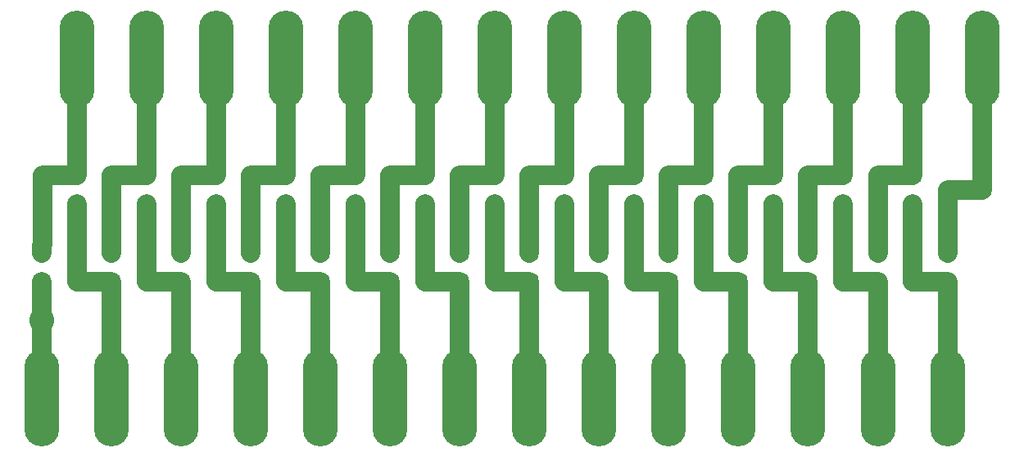
<source format=gtl>
G04 #@! TF.GenerationSoftware,KiCad,Pcbnew,(5.1.5-0)*
G04 #@! TF.CreationDate,2020-06-12T16:48:31+02:00*
G04 #@! TF.ProjectId,Divider1,44697669-6465-4723-912e-6b696361645f,rev?*
G04 #@! TF.SameCoordinates,Original*
G04 #@! TF.FileFunction,Copper,L1,Top*
G04 #@! TF.FilePolarity,Positive*
%FSLAX46Y46*%
G04 Gerber Fmt 4.6, Leading zero omitted, Abs format (unit mm)*
G04 Created by KiCad (PCBNEW (5.1.5-0)) date 2020-06-12 16:48:31*
%MOMM*%
%LPD*%
G04 APERTURE LIST*
%ADD10C,2.000000*%
%ADD11C,2.600000*%
%ADD12O,3.600000X10.000000*%
%ADD13C,0.100000*%
%ADD14C,2.000000*%
G04 APERTURE END LIST*
D10*
X148200000Y-72000000D03*
D11*
X51000000Y-85500000D03*
D12*
X51000000Y-93500000D03*
G04 #@! TA.AperFunction,SMDPad,CuDef*
D13*
G36*
X51649504Y-77801204D02*
G01*
X51673773Y-77804804D01*
X51697571Y-77810765D01*
X51720671Y-77819030D01*
X51742849Y-77829520D01*
X51763893Y-77842133D01*
X51783598Y-77856747D01*
X51801777Y-77873223D01*
X51818253Y-77891402D01*
X51832867Y-77911107D01*
X51845480Y-77932151D01*
X51855970Y-77954329D01*
X51864235Y-77977429D01*
X51870196Y-78001227D01*
X51873796Y-78025496D01*
X51875000Y-78050000D01*
X51875000Y-78975000D01*
X51873796Y-78999504D01*
X51870196Y-79023773D01*
X51864235Y-79047571D01*
X51855970Y-79070671D01*
X51845480Y-79092849D01*
X51832867Y-79113893D01*
X51818253Y-79133598D01*
X51801777Y-79151777D01*
X51783598Y-79168253D01*
X51763893Y-79182867D01*
X51742849Y-79195480D01*
X51720671Y-79205970D01*
X51697571Y-79214235D01*
X51673773Y-79220196D01*
X51649504Y-79223796D01*
X51625000Y-79225000D01*
X50375000Y-79225000D01*
X50350496Y-79223796D01*
X50326227Y-79220196D01*
X50302429Y-79214235D01*
X50279329Y-79205970D01*
X50257151Y-79195480D01*
X50236107Y-79182867D01*
X50216402Y-79168253D01*
X50198223Y-79151777D01*
X50181747Y-79133598D01*
X50167133Y-79113893D01*
X50154520Y-79092849D01*
X50144030Y-79070671D01*
X50135765Y-79047571D01*
X50129804Y-79023773D01*
X50126204Y-78999504D01*
X50125000Y-78975000D01*
X50125000Y-78050000D01*
X50126204Y-78025496D01*
X50129804Y-78001227D01*
X50135765Y-77977429D01*
X50144030Y-77954329D01*
X50154520Y-77932151D01*
X50167133Y-77911107D01*
X50181747Y-77891402D01*
X50198223Y-77873223D01*
X50216402Y-77856747D01*
X50236107Y-77842133D01*
X50257151Y-77829520D01*
X50279329Y-77819030D01*
X50302429Y-77810765D01*
X50326227Y-77804804D01*
X50350496Y-77801204D01*
X50375000Y-77800000D01*
X51625000Y-77800000D01*
X51649504Y-77801204D01*
G37*
G04 #@! TD.AperFunction*
G04 #@! TA.AperFunction,SMDPad,CuDef*
G36*
X51649504Y-80776204D02*
G01*
X51673773Y-80779804D01*
X51697571Y-80785765D01*
X51720671Y-80794030D01*
X51742849Y-80804520D01*
X51763893Y-80817133D01*
X51783598Y-80831747D01*
X51801777Y-80848223D01*
X51818253Y-80866402D01*
X51832867Y-80886107D01*
X51845480Y-80907151D01*
X51855970Y-80929329D01*
X51864235Y-80952429D01*
X51870196Y-80976227D01*
X51873796Y-81000496D01*
X51875000Y-81025000D01*
X51875000Y-81950000D01*
X51873796Y-81974504D01*
X51870196Y-81998773D01*
X51864235Y-82022571D01*
X51855970Y-82045671D01*
X51845480Y-82067849D01*
X51832867Y-82088893D01*
X51818253Y-82108598D01*
X51801777Y-82126777D01*
X51783598Y-82143253D01*
X51763893Y-82157867D01*
X51742849Y-82170480D01*
X51720671Y-82180970D01*
X51697571Y-82189235D01*
X51673773Y-82195196D01*
X51649504Y-82198796D01*
X51625000Y-82200000D01*
X50375000Y-82200000D01*
X50350496Y-82198796D01*
X50326227Y-82195196D01*
X50302429Y-82189235D01*
X50279329Y-82180970D01*
X50257151Y-82170480D01*
X50236107Y-82157867D01*
X50216402Y-82143253D01*
X50198223Y-82126777D01*
X50181747Y-82108598D01*
X50167133Y-82088893D01*
X50154520Y-82067849D01*
X50144030Y-82045671D01*
X50135765Y-82022571D01*
X50129804Y-81998773D01*
X50126204Y-81974504D01*
X50125000Y-81950000D01*
X50125000Y-81025000D01*
X50126204Y-81000496D01*
X50129804Y-80976227D01*
X50135765Y-80952429D01*
X50144030Y-80929329D01*
X50154520Y-80907151D01*
X50167133Y-80886107D01*
X50181747Y-80866402D01*
X50198223Y-80848223D01*
X50216402Y-80831747D01*
X50236107Y-80817133D01*
X50257151Y-80804520D01*
X50279329Y-80794030D01*
X50302429Y-80785765D01*
X50326227Y-80779804D01*
X50350496Y-80776204D01*
X50375000Y-80775000D01*
X51625000Y-80775000D01*
X51649504Y-80776204D01*
G37*
G04 #@! TD.AperFunction*
D12*
X148200000Y-58500000D03*
X141000000Y-58500000D03*
X133800000Y-58500000D03*
X126600000Y-58500000D03*
X119400000Y-58500000D03*
X112200000Y-58500000D03*
X105000000Y-58500000D03*
X97800000Y-58500000D03*
X90600000Y-58500000D03*
X83400000Y-58500000D03*
X76200000Y-58500000D03*
X69000000Y-58500000D03*
X61800000Y-58500000D03*
X54600000Y-58500000D03*
X144600000Y-93500000D03*
X137400000Y-93500000D03*
X130200000Y-93500000D03*
X123000000Y-93500000D03*
X115800000Y-93500000D03*
X108600000Y-93500000D03*
X101400000Y-93500000D03*
X94200000Y-93500000D03*
X87000000Y-93500000D03*
X79800000Y-93500000D03*
X72600000Y-93500000D03*
X65400000Y-93500000D03*
X58200000Y-93500000D03*
G04 #@! TA.AperFunction,SMDPad,CuDef*
D13*
G36*
X145249504Y-77801204D02*
G01*
X145273773Y-77804804D01*
X145297571Y-77810765D01*
X145320671Y-77819030D01*
X145342849Y-77829520D01*
X145363893Y-77842133D01*
X145383598Y-77856747D01*
X145401777Y-77873223D01*
X145418253Y-77891402D01*
X145432867Y-77911107D01*
X145445480Y-77932151D01*
X145455970Y-77954329D01*
X145464235Y-77977429D01*
X145470196Y-78001227D01*
X145473796Y-78025496D01*
X145475000Y-78050000D01*
X145475000Y-78975000D01*
X145473796Y-78999504D01*
X145470196Y-79023773D01*
X145464235Y-79047571D01*
X145455970Y-79070671D01*
X145445480Y-79092849D01*
X145432867Y-79113893D01*
X145418253Y-79133598D01*
X145401777Y-79151777D01*
X145383598Y-79168253D01*
X145363893Y-79182867D01*
X145342849Y-79195480D01*
X145320671Y-79205970D01*
X145297571Y-79214235D01*
X145273773Y-79220196D01*
X145249504Y-79223796D01*
X145225000Y-79225000D01*
X143975000Y-79225000D01*
X143950496Y-79223796D01*
X143926227Y-79220196D01*
X143902429Y-79214235D01*
X143879329Y-79205970D01*
X143857151Y-79195480D01*
X143836107Y-79182867D01*
X143816402Y-79168253D01*
X143798223Y-79151777D01*
X143781747Y-79133598D01*
X143767133Y-79113893D01*
X143754520Y-79092849D01*
X143744030Y-79070671D01*
X143735765Y-79047571D01*
X143729804Y-79023773D01*
X143726204Y-78999504D01*
X143725000Y-78975000D01*
X143725000Y-78050000D01*
X143726204Y-78025496D01*
X143729804Y-78001227D01*
X143735765Y-77977429D01*
X143744030Y-77954329D01*
X143754520Y-77932151D01*
X143767133Y-77911107D01*
X143781747Y-77891402D01*
X143798223Y-77873223D01*
X143816402Y-77856747D01*
X143836107Y-77842133D01*
X143857151Y-77829520D01*
X143879329Y-77819030D01*
X143902429Y-77810765D01*
X143926227Y-77804804D01*
X143950496Y-77801204D01*
X143975000Y-77800000D01*
X145225000Y-77800000D01*
X145249504Y-77801204D01*
G37*
G04 #@! TD.AperFunction*
G04 #@! TA.AperFunction,SMDPad,CuDef*
G36*
X145249504Y-80776204D02*
G01*
X145273773Y-80779804D01*
X145297571Y-80785765D01*
X145320671Y-80794030D01*
X145342849Y-80804520D01*
X145363893Y-80817133D01*
X145383598Y-80831747D01*
X145401777Y-80848223D01*
X145418253Y-80866402D01*
X145432867Y-80886107D01*
X145445480Y-80907151D01*
X145455970Y-80929329D01*
X145464235Y-80952429D01*
X145470196Y-80976227D01*
X145473796Y-81000496D01*
X145475000Y-81025000D01*
X145475000Y-81950000D01*
X145473796Y-81974504D01*
X145470196Y-81998773D01*
X145464235Y-82022571D01*
X145455970Y-82045671D01*
X145445480Y-82067849D01*
X145432867Y-82088893D01*
X145418253Y-82108598D01*
X145401777Y-82126777D01*
X145383598Y-82143253D01*
X145363893Y-82157867D01*
X145342849Y-82170480D01*
X145320671Y-82180970D01*
X145297571Y-82189235D01*
X145273773Y-82195196D01*
X145249504Y-82198796D01*
X145225000Y-82200000D01*
X143975000Y-82200000D01*
X143950496Y-82198796D01*
X143926227Y-82195196D01*
X143902429Y-82189235D01*
X143879329Y-82180970D01*
X143857151Y-82170480D01*
X143836107Y-82157867D01*
X143816402Y-82143253D01*
X143798223Y-82126777D01*
X143781747Y-82108598D01*
X143767133Y-82088893D01*
X143754520Y-82067849D01*
X143744030Y-82045671D01*
X143735765Y-82022571D01*
X143729804Y-81998773D01*
X143726204Y-81974504D01*
X143725000Y-81950000D01*
X143725000Y-81025000D01*
X143726204Y-81000496D01*
X143729804Y-80976227D01*
X143735765Y-80952429D01*
X143744030Y-80929329D01*
X143754520Y-80907151D01*
X143767133Y-80886107D01*
X143781747Y-80866402D01*
X143798223Y-80848223D01*
X143816402Y-80831747D01*
X143836107Y-80817133D01*
X143857151Y-80804520D01*
X143879329Y-80794030D01*
X143902429Y-80785765D01*
X143926227Y-80779804D01*
X143950496Y-80776204D01*
X143975000Y-80775000D01*
X145225000Y-80775000D01*
X145249504Y-80776204D01*
G37*
G04 #@! TD.AperFunction*
G04 #@! TA.AperFunction,SMDPad,CuDef*
G36*
X138049504Y-77801204D02*
G01*
X138073773Y-77804804D01*
X138097571Y-77810765D01*
X138120671Y-77819030D01*
X138142849Y-77829520D01*
X138163893Y-77842133D01*
X138183598Y-77856747D01*
X138201777Y-77873223D01*
X138218253Y-77891402D01*
X138232867Y-77911107D01*
X138245480Y-77932151D01*
X138255970Y-77954329D01*
X138264235Y-77977429D01*
X138270196Y-78001227D01*
X138273796Y-78025496D01*
X138275000Y-78050000D01*
X138275000Y-78975000D01*
X138273796Y-78999504D01*
X138270196Y-79023773D01*
X138264235Y-79047571D01*
X138255970Y-79070671D01*
X138245480Y-79092849D01*
X138232867Y-79113893D01*
X138218253Y-79133598D01*
X138201777Y-79151777D01*
X138183598Y-79168253D01*
X138163893Y-79182867D01*
X138142849Y-79195480D01*
X138120671Y-79205970D01*
X138097571Y-79214235D01*
X138073773Y-79220196D01*
X138049504Y-79223796D01*
X138025000Y-79225000D01*
X136775000Y-79225000D01*
X136750496Y-79223796D01*
X136726227Y-79220196D01*
X136702429Y-79214235D01*
X136679329Y-79205970D01*
X136657151Y-79195480D01*
X136636107Y-79182867D01*
X136616402Y-79168253D01*
X136598223Y-79151777D01*
X136581747Y-79133598D01*
X136567133Y-79113893D01*
X136554520Y-79092849D01*
X136544030Y-79070671D01*
X136535765Y-79047571D01*
X136529804Y-79023773D01*
X136526204Y-78999504D01*
X136525000Y-78975000D01*
X136525000Y-78050000D01*
X136526204Y-78025496D01*
X136529804Y-78001227D01*
X136535765Y-77977429D01*
X136544030Y-77954329D01*
X136554520Y-77932151D01*
X136567133Y-77911107D01*
X136581747Y-77891402D01*
X136598223Y-77873223D01*
X136616402Y-77856747D01*
X136636107Y-77842133D01*
X136657151Y-77829520D01*
X136679329Y-77819030D01*
X136702429Y-77810765D01*
X136726227Y-77804804D01*
X136750496Y-77801204D01*
X136775000Y-77800000D01*
X138025000Y-77800000D01*
X138049504Y-77801204D01*
G37*
G04 #@! TD.AperFunction*
G04 #@! TA.AperFunction,SMDPad,CuDef*
G36*
X138049504Y-80776204D02*
G01*
X138073773Y-80779804D01*
X138097571Y-80785765D01*
X138120671Y-80794030D01*
X138142849Y-80804520D01*
X138163893Y-80817133D01*
X138183598Y-80831747D01*
X138201777Y-80848223D01*
X138218253Y-80866402D01*
X138232867Y-80886107D01*
X138245480Y-80907151D01*
X138255970Y-80929329D01*
X138264235Y-80952429D01*
X138270196Y-80976227D01*
X138273796Y-81000496D01*
X138275000Y-81025000D01*
X138275000Y-81950000D01*
X138273796Y-81974504D01*
X138270196Y-81998773D01*
X138264235Y-82022571D01*
X138255970Y-82045671D01*
X138245480Y-82067849D01*
X138232867Y-82088893D01*
X138218253Y-82108598D01*
X138201777Y-82126777D01*
X138183598Y-82143253D01*
X138163893Y-82157867D01*
X138142849Y-82170480D01*
X138120671Y-82180970D01*
X138097571Y-82189235D01*
X138073773Y-82195196D01*
X138049504Y-82198796D01*
X138025000Y-82200000D01*
X136775000Y-82200000D01*
X136750496Y-82198796D01*
X136726227Y-82195196D01*
X136702429Y-82189235D01*
X136679329Y-82180970D01*
X136657151Y-82170480D01*
X136636107Y-82157867D01*
X136616402Y-82143253D01*
X136598223Y-82126777D01*
X136581747Y-82108598D01*
X136567133Y-82088893D01*
X136554520Y-82067849D01*
X136544030Y-82045671D01*
X136535765Y-82022571D01*
X136529804Y-81998773D01*
X136526204Y-81974504D01*
X136525000Y-81950000D01*
X136525000Y-81025000D01*
X136526204Y-81000496D01*
X136529804Y-80976227D01*
X136535765Y-80952429D01*
X136544030Y-80929329D01*
X136554520Y-80907151D01*
X136567133Y-80886107D01*
X136581747Y-80866402D01*
X136598223Y-80848223D01*
X136616402Y-80831747D01*
X136636107Y-80817133D01*
X136657151Y-80804520D01*
X136679329Y-80794030D01*
X136702429Y-80785765D01*
X136726227Y-80779804D01*
X136750496Y-80776204D01*
X136775000Y-80775000D01*
X138025000Y-80775000D01*
X138049504Y-80776204D01*
G37*
G04 #@! TD.AperFunction*
G04 #@! TA.AperFunction,SMDPad,CuDef*
G36*
X130849504Y-77801204D02*
G01*
X130873773Y-77804804D01*
X130897571Y-77810765D01*
X130920671Y-77819030D01*
X130942849Y-77829520D01*
X130963893Y-77842133D01*
X130983598Y-77856747D01*
X131001777Y-77873223D01*
X131018253Y-77891402D01*
X131032867Y-77911107D01*
X131045480Y-77932151D01*
X131055970Y-77954329D01*
X131064235Y-77977429D01*
X131070196Y-78001227D01*
X131073796Y-78025496D01*
X131075000Y-78050000D01*
X131075000Y-78975000D01*
X131073796Y-78999504D01*
X131070196Y-79023773D01*
X131064235Y-79047571D01*
X131055970Y-79070671D01*
X131045480Y-79092849D01*
X131032867Y-79113893D01*
X131018253Y-79133598D01*
X131001777Y-79151777D01*
X130983598Y-79168253D01*
X130963893Y-79182867D01*
X130942849Y-79195480D01*
X130920671Y-79205970D01*
X130897571Y-79214235D01*
X130873773Y-79220196D01*
X130849504Y-79223796D01*
X130825000Y-79225000D01*
X129575000Y-79225000D01*
X129550496Y-79223796D01*
X129526227Y-79220196D01*
X129502429Y-79214235D01*
X129479329Y-79205970D01*
X129457151Y-79195480D01*
X129436107Y-79182867D01*
X129416402Y-79168253D01*
X129398223Y-79151777D01*
X129381747Y-79133598D01*
X129367133Y-79113893D01*
X129354520Y-79092849D01*
X129344030Y-79070671D01*
X129335765Y-79047571D01*
X129329804Y-79023773D01*
X129326204Y-78999504D01*
X129325000Y-78975000D01*
X129325000Y-78050000D01*
X129326204Y-78025496D01*
X129329804Y-78001227D01*
X129335765Y-77977429D01*
X129344030Y-77954329D01*
X129354520Y-77932151D01*
X129367133Y-77911107D01*
X129381747Y-77891402D01*
X129398223Y-77873223D01*
X129416402Y-77856747D01*
X129436107Y-77842133D01*
X129457151Y-77829520D01*
X129479329Y-77819030D01*
X129502429Y-77810765D01*
X129526227Y-77804804D01*
X129550496Y-77801204D01*
X129575000Y-77800000D01*
X130825000Y-77800000D01*
X130849504Y-77801204D01*
G37*
G04 #@! TD.AperFunction*
G04 #@! TA.AperFunction,SMDPad,CuDef*
G36*
X130849504Y-80776204D02*
G01*
X130873773Y-80779804D01*
X130897571Y-80785765D01*
X130920671Y-80794030D01*
X130942849Y-80804520D01*
X130963893Y-80817133D01*
X130983598Y-80831747D01*
X131001777Y-80848223D01*
X131018253Y-80866402D01*
X131032867Y-80886107D01*
X131045480Y-80907151D01*
X131055970Y-80929329D01*
X131064235Y-80952429D01*
X131070196Y-80976227D01*
X131073796Y-81000496D01*
X131075000Y-81025000D01*
X131075000Y-81950000D01*
X131073796Y-81974504D01*
X131070196Y-81998773D01*
X131064235Y-82022571D01*
X131055970Y-82045671D01*
X131045480Y-82067849D01*
X131032867Y-82088893D01*
X131018253Y-82108598D01*
X131001777Y-82126777D01*
X130983598Y-82143253D01*
X130963893Y-82157867D01*
X130942849Y-82170480D01*
X130920671Y-82180970D01*
X130897571Y-82189235D01*
X130873773Y-82195196D01*
X130849504Y-82198796D01*
X130825000Y-82200000D01*
X129575000Y-82200000D01*
X129550496Y-82198796D01*
X129526227Y-82195196D01*
X129502429Y-82189235D01*
X129479329Y-82180970D01*
X129457151Y-82170480D01*
X129436107Y-82157867D01*
X129416402Y-82143253D01*
X129398223Y-82126777D01*
X129381747Y-82108598D01*
X129367133Y-82088893D01*
X129354520Y-82067849D01*
X129344030Y-82045671D01*
X129335765Y-82022571D01*
X129329804Y-81998773D01*
X129326204Y-81974504D01*
X129325000Y-81950000D01*
X129325000Y-81025000D01*
X129326204Y-81000496D01*
X129329804Y-80976227D01*
X129335765Y-80952429D01*
X129344030Y-80929329D01*
X129354520Y-80907151D01*
X129367133Y-80886107D01*
X129381747Y-80866402D01*
X129398223Y-80848223D01*
X129416402Y-80831747D01*
X129436107Y-80817133D01*
X129457151Y-80804520D01*
X129479329Y-80794030D01*
X129502429Y-80785765D01*
X129526227Y-80779804D01*
X129550496Y-80776204D01*
X129575000Y-80775000D01*
X130825000Y-80775000D01*
X130849504Y-80776204D01*
G37*
G04 #@! TD.AperFunction*
G04 #@! TA.AperFunction,SMDPad,CuDef*
G36*
X123649504Y-77801204D02*
G01*
X123673773Y-77804804D01*
X123697571Y-77810765D01*
X123720671Y-77819030D01*
X123742849Y-77829520D01*
X123763893Y-77842133D01*
X123783598Y-77856747D01*
X123801777Y-77873223D01*
X123818253Y-77891402D01*
X123832867Y-77911107D01*
X123845480Y-77932151D01*
X123855970Y-77954329D01*
X123864235Y-77977429D01*
X123870196Y-78001227D01*
X123873796Y-78025496D01*
X123875000Y-78050000D01*
X123875000Y-78975000D01*
X123873796Y-78999504D01*
X123870196Y-79023773D01*
X123864235Y-79047571D01*
X123855970Y-79070671D01*
X123845480Y-79092849D01*
X123832867Y-79113893D01*
X123818253Y-79133598D01*
X123801777Y-79151777D01*
X123783598Y-79168253D01*
X123763893Y-79182867D01*
X123742849Y-79195480D01*
X123720671Y-79205970D01*
X123697571Y-79214235D01*
X123673773Y-79220196D01*
X123649504Y-79223796D01*
X123625000Y-79225000D01*
X122375000Y-79225000D01*
X122350496Y-79223796D01*
X122326227Y-79220196D01*
X122302429Y-79214235D01*
X122279329Y-79205970D01*
X122257151Y-79195480D01*
X122236107Y-79182867D01*
X122216402Y-79168253D01*
X122198223Y-79151777D01*
X122181747Y-79133598D01*
X122167133Y-79113893D01*
X122154520Y-79092849D01*
X122144030Y-79070671D01*
X122135765Y-79047571D01*
X122129804Y-79023773D01*
X122126204Y-78999504D01*
X122125000Y-78975000D01*
X122125000Y-78050000D01*
X122126204Y-78025496D01*
X122129804Y-78001227D01*
X122135765Y-77977429D01*
X122144030Y-77954329D01*
X122154520Y-77932151D01*
X122167133Y-77911107D01*
X122181747Y-77891402D01*
X122198223Y-77873223D01*
X122216402Y-77856747D01*
X122236107Y-77842133D01*
X122257151Y-77829520D01*
X122279329Y-77819030D01*
X122302429Y-77810765D01*
X122326227Y-77804804D01*
X122350496Y-77801204D01*
X122375000Y-77800000D01*
X123625000Y-77800000D01*
X123649504Y-77801204D01*
G37*
G04 #@! TD.AperFunction*
G04 #@! TA.AperFunction,SMDPad,CuDef*
G36*
X123649504Y-80776204D02*
G01*
X123673773Y-80779804D01*
X123697571Y-80785765D01*
X123720671Y-80794030D01*
X123742849Y-80804520D01*
X123763893Y-80817133D01*
X123783598Y-80831747D01*
X123801777Y-80848223D01*
X123818253Y-80866402D01*
X123832867Y-80886107D01*
X123845480Y-80907151D01*
X123855970Y-80929329D01*
X123864235Y-80952429D01*
X123870196Y-80976227D01*
X123873796Y-81000496D01*
X123875000Y-81025000D01*
X123875000Y-81950000D01*
X123873796Y-81974504D01*
X123870196Y-81998773D01*
X123864235Y-82022571D01*
X123855970Y-82045671D01*
X123845480Y-82067849D01*
X123832867Y-82088893D01*
X123818253Y-82108598D01*
X123801777Y-82126777D01*
X123783598Y-82143253D01*
X123763893Y-82157867D01*
X123742849Y-82170480D01*
X123720671Y-82180970D01*
X123697571Y-82189235D01*
X123673773Y-82195196D01*
X123649504Y-82198796D01*
X123625000Y-82200000D01*
X122375000Y-82200000D01*
X122350496Y-82198796D01*
X122326227Y-82195196D01*
X122302429Y-82189235D01*
X122279329Y-82180970D01*
X122257151Y-82170480D01*
X122236107Y-82157867D01*
X122216402Y-82143253D01*
X122198223Y-82126777D01*
X122181747Y-82108598D01*
X122167133Y-82088893D01*
X122154520Y-82067849D01*
X122144030Y-82045671D01*
X122135765Y-82022571D01*
X122129804Y-81998773D01*
X122126204Y-81974504D01*
X122125000Y-81950000D01*
X122125000Y-81025000D01*
X122126204Y-81000496D01*
X122129804Y-80976227D01*
X122135765Y-80952429D01*
X122144030Y-80929329D01*
X122154520Y-80907151D01*
X122167133Y-80886107D01*
X122181747Y-80866402D01*
X122198223Y-80848223D01*
X122216402Y-80831747D01*
X122236107Y-80817133D01*
X122257151Y-80804520D01*
X122279329Y-80794030D01*
X122302429Y-80785765D01*
X122326227Y-80779804D01*
X122350496Y-80776204D01*
X122375000Y-80775000D01*
X123625000Y-80775000D01*
X123649504Y-80776204D01*
G37*
G04 #@! TD.AperFunction*
G04 #@! TA.AperFunction,SMDPad,CuDef*
G36*
X116449504Y-77801204D02*
G01*
X116473773Y-77804804D01*
X116497571Y-77810765D01*
X116520671Y-77819030D01*
X116542849Y-77829520D01*
X116563893Y-77842133D01*
X116583598Y-77856747D01*
X116601777Y-77873223D01*
X116618253Y-77891402D01*
X116632867Y-77911107D01*
X116645480Y-77932151D01*
X116655970Y-77954329D01*
X116664235Y-77977429D01*
X116670196Y-78001227D01*
X116673796Y-78025496D01*
X116675000Y-78050000D01*
X116675000Y-78975000D01*
X116673796Y-78999504D01*
X116670196Y-79023773D01*
X116664235Y-79047571D01*
X116655970Y-79070671D01*
X116645480Y-79092849D01*
X116632867Y-79113893D01*
X116618253Y-79133598D01*
X116601777Y-79151777D01*
X116583598Y-79168253D01*
X116563893Y-79182867D01*
X116542849Y-79195480D01*
X116520671Y-79205970D01*
X116497571Y-79214235D01*
X116473773Y-79220196D01*
X116449504Y-79223796D01*
X116425000Y-79225000D01*
X115175000Y-79225000D01*
X115150496Y-79223796D01*
X115126227Y-79220196D01*
X115102429Y-79214235D01*
X115079329Y-79205970D01*
X115057151Y-79195480D01*
X115036107Y-79182867D01*
X115016402Y-79168253D01*
X114998223Y-79151777D01*
X114981747Y-79133598D01*
X114967133Y-79113893D01*
X114954520Y-79092849D01*
X114944030Y-79070671D01*
X114935765Y-79047571D01*
X114929804Y-79023773D01*
X114926204Y-78999504D01*
X114925000Y-78975000D01*
X114925000Y-78050000D01*
X114926204Y-78025496D01*
X114929804Y-78001227D01*
X114935765Y-77977429D01*
X114944030Y-77954329D01*
X114954520Y-77932151D01*
X114967133Y-77911107D01*
X114981747Y-77891402D01*
X114998223Y-77873223D01*
X115016402Y-77856747D01*
X115036107Y-77842133D01*
X115057151Y-77829520D01*
X115079329Y-77819030D01*
X115102429Y-77810765D01*
X115126227Y-77804804D01*
X115150496Y-77801204D01*
X115175000Y-77800000D01*
X116425000Y-77800000D01*
X116449504Y-77801204D01*
G37*
G04 #@! TD.AperFunction*
G04 #@! TA.AperFunction,SMDPad,CuDef*
G36*
X116449504Y-80776204D02*
G01*
X116473773Y-80779804D01*
X116497571Y-80785765D01*
X116520671Y-80794030D01*
X116542849Y-80804520D01*
X116563893Y-80817133D01*
X116583598Y-80831747D01*
X116601777Y-80848223D01*
X116618253Y-80866402D01*
X116632867Y-80886107D01*
X116645480Y-80907151D01*
X116655970Y-80929329D01*
X116664235Y-80952429D01*
X116670196Y-80976227D01*
X116673796Y-81000496D01*
X116675000Y-81025000D01*
X116675000Y-81950000D01*
X116673796Y-81974504D01*
X116670196Y-81998773D01*
X116664235Y-82022571D01*
X116655970Y-82045671D01*
X116645480Y-82067849D01*
X116632867Y-82088893D01*
X116618253Y-82108598D01*
X116601777Y-82126777D01*
X116583598Y-82143253D01*
X116563893Y-82157867D01*
X116542849Y-82170480D01*
X116520671Y-82180970D01*
X116497571Y-82189235D01*
X116473773Y-82195196D01*
X116449504Y-82198796D01*
X116425000Y-82200000D01*
X115175000Y-82200000D01*
X115150496Y-82198796D01*
X115126227Y-82195196D01*
X115102429Y-82189235D01*
X115079329Y-82180970D01*
X115057151Y-82170480D01*
X115036107Y-82157867D01*
X115016402Y-82143253D01*
X114998223Y-82126777D01*
X114981747Y-82108598D01*
X114967133Y-82088893D01*
X114954520Y-82067849D01*
X114944030Y-82045671D01*
X114935765Y-82022571D01*
X114929804Y-81998773D01*
X114926204Y-81974504D01*
X114925000Y-81950000D01*
X114925000Y-81025000D01*
X114926204Y-81000496D01*
X114929804Y-80976227D01*
X114935765Y-80952429D01*
X114944030Y-80929329D01*
X114954520Y-80907151D01*
X114967133Y-80886107D01*
X114981747Y-80866402D01*
X114998223Y-80848223D01*
X115016402Y-80831747D01*
X115036107Y-80817133D01*
X115057151Y-80804520D01*
X115079329Y-80794030D01*
X115102429Y-80785765D01*
X115126227Y-80779804D01*
X115150496Y-80776204D01*
X115175000Y-80775000D01*
X116425000Y-80775000D01*
X116449504Y-80776204D01*
G37*
G04 #@! TD.AperFunction*
G04 #@! TA.AperFunction,SMDPad,CuDef*
G36*
X109249504Y-77801204D02*
G01*
X109273773Y-77804804D01*
X109297571Y-77810765D01*
X109320671Y-77819030D01*
X109342849Y-77829520D01*
X109363893Y-77842133D01*
X109383598Y-77856747D01*
X109401777Y-77873223D01*
X109418253Y-77891402D01*
X109432867Y-77911107D01*
X109445480Y-77932151D01*
X109455970Y-77954329D01*
X109464235Y-77977429D01*
X109470196Y-78001227D01*
X109473796Y-78025496D01*
X109475000Y-78050000D01*
X109475000Y-78975000D01*
X109473796Y-78999504D01*
X109470196Y-79023773D01*
X109464235Y-79047571D01*
X109455970Y-79070671D01*
X109445480Y-79092849D01*
X109432867Y-79113893D01*
X109418253Y-79133598D01*
X109401777Y-79151777D01*
X109383598Y-79168253D01*
X109363893Y-79182867D01*
X109342849Y-79195480D01*
X109320671Y-79205970D01*
X109297571Y-79214235D01*
X109273773Y-79220196D01*
X109249504Y-79223796D01*
X109225000Y-79225000D01*
X107975000Y-79225000D01*
X107950496Y-79223796D01*
X107926227Y-79220196D01*
X107902429Y-79214235D01*
X107879329Y-79205970D01*
X107857151Y-79195480D01*
X107836107Y-79182867D01*
X107816402Y-79168253D01*
X107798223Y-79151777D01*
X107781747Y-79133598D01*
X107767133Y-79113893D01*
X107754520Y-79092849D01*
X107744030Y-79070671D01*
X107735765Y-79047571D01*
X107729804Y-79023773D01*
X107726204Y-78999504D01*
X107725000Y-78975000D01*
X107725000Y-78050000D01*
X107726204Y-78025496D01*
X107729804Y-78001227D01*
X107735765Y-77977429D01*
X107744030Y-77954329D01*
X107754520Y-77932151D01*
X107767133Y-77911107D01*
X107781747Y-77891402D01*
X107798223Y-77873223D01*
X107816402Y-77856747D01*
X107836107Y-77842133D01*
X107857151Y-77829520D01*
X107879329Y-77819030D01*
X107902429Y-77810765D01*
X107926227Y-77804804D01*
X107950496Y-77801204D01*
X107975000Y-77800000D01*
X109225000Y-77800000D01*
X109249504Y-77801204D01*
G37*
G04 #@! TD.AperFunction*
G04 #@! TA.AperFunction,SMDPad,CuDef*
G36*
X109249504Y-80776204D02*
G01*
X109273773Y-80779804D01*
X109297571Y-80785765D01*
X109320671Y-80794030D01*
X109342849Y-80804520D01*
X109363893Y-80817133D01*
X109383598Y-80831747D01*
X109401777Y-80848223D01*
X109418253Y-80866402D01*
X109432867Y-80886107D01*
X109445480Y-80907151D01*
X109455970Y-80929329D01*
X109464235Y-80952429D01*
X109470196Y-80976227D01*
X109473796Y-81000496D01*
X109475000Y-81025000D01*
X109475000Y-81950000D01*
X109473796Y-81974504D01*
X109470196Y-81998773D01*
X109464235Y-82022571D01*
X109455970Y-82045671D01*
X109445480Y-82067849D01*
X109432867Y-82088893D01*
X109418253Y-82108598D01*
X109401777Y-82126777D01*
X109383598Y-82143253D01*
X109363893Y-82157867D01*
X109342849Y-82170480D01*
X109320671Y-82180970D01*
X109297571Y-82189235D01*
X109273773Y-82195196D01*
X109249504Y-82198796D01*
X109225000Y-82200000D01*
X107975000Y-82200000D01*
X107950496Y-82198796D01*
X107926227Y-82195196D01*
X107902429Y-82189235D01*
X107879329Y-82180970D01*
X107857151Y-82170480D01*
X107836107Y-82157867D01*
X107816402Y-82143253D01*
X107798223Y-82126777D01*
X107781747Y-82108598D01*
X107767133Y-82088893D01*
X107754520Y-82067849D01*
X107744030Y-82045671D01*
X107735765Y-82022571D01*
X107729804Y-81998773D01*
X107726204Y-81974504D01*
X107725000Y-81950000D01*
X107725000Y-81025000D01*
X107726204Y-81000496D01*
X107729804Y-80976227D01*
X107735765Y-80952429D01*
X107744030Y-80929329D01*
X107754520Y-80907151D01*
X107767133Y-80886107D01*
X107781747Y-80866402D01*
X107798223Y-80848223D01*
X107816402Y-80831747D01*
X107836107Y-80817133D01*
X107857151Y-80804520D01*
X107879329Y-80794030D01*
X107902429Y-80785765D01*
X107926227Y-80779804D01*
X107950496Y-80776204D01*
X107975000Y-80775000D01*
X109225000Y-80775000D01*
X109249504Y-80776204D01*
G37*
G04 #@! TD.AperFunction*
G04 #@! TA.AperFunction,SMDPad,CuDef*
G36*
X102049504Y-77801204D02*
G01*
X102073773Y-77804804D01*
X102097571Y-77810765D01*
X102120671Y-77819030D01*
X102142849Y-77829520D01*
X102163893Y-77842133D01*
X102183598Y-77856747D01*
X102201777Y-77873223D01*
X102218253Y-77891402D01*
X102232867Y-77911107D01*
X102245480Y-77932151D01*
X102255970Y-77954329D01*
X102264235Y-77977429D01*
X102270196Y-78001227D01*
X102273796Y-78025496D01*
X102275000Y-78050000D01*
X102275000Y-78975000D01*
X102273796Y-78999504D01*
X102270196Y-79023773D01*
X102264235Y-79047571D01*
X102255970Y-79070671D01*
X102245480Y-79092849D01*
X102232867Y-79113893D01*
X102218253Y-79133598D01*
X102201777Y-79151777D01*
X102183598Y-79168253D01*
X102163893Y-79182867D01*
X102142849Y-79195480D01*
X102120671Y-79205970D01*
X102097571Y-79214235D01*
X102073773Y-79220196D01*
X102049504Y-79223796D01*
X102025000Y-79225000D01*
X100775000Y-79225000D01*
X100750496Y-79223796D01*
X100726227Y-79220196D01*
X100702429Y-79214235D01*
X100679329Y-79205970D01*
X100657151Y-79195480D01*
X100636107Y-79182867D01*
X100616402Y-79168253D01*
X100598223Y-79151777D01*
X100581747Y-79133598D01*
X100567133Y-79113893D01*
X100554520Y-79092849D01*
X100544030Y-79070671D01*
X100535765Y-79047571D01*
X100529804Y-79023773D01*
X100526204Y-78999504D01*
X100525000Y-78975000D01*
X100525000Y-78050000D01*
X100526204Y-78025496D01*
X100529804Y-78001227D01*
X100535765Y-77977429D01*
X100544030Y-77954329D01*
X100554520Y-77932151D01*
X100567133Y-77911107D01*
X100581747Y-77891402D01*
X100598223Y-77873223D01*
X100616402Y-77856747D01*
X100636107Y-77842133D01*
X100657151Y-77829520D01*
X100679329Y-77819030D01*
X100702429Y-77810765D01*
X100726227Y-77804804D01*
X100750496Y-77801204D01*
X100775000Y-77800000D01*
X102025000Y-77800000D01*
X102049504Y-77801204D01*
G37*
G04 #@! TD.AperFunction*
G04 #@! TA.AperFunction,SMDPad,CuDef*
G36*
X102049504Y-80776204D02*
G01*
X102073773Y-80779804D01*
X102097571Y-80785765D01*
X102120671Y-80794030D01*
X102142849Y-80804520D01*
X102163893Y-80817133D01*
X102183598Y-80831747D01*
X102201777Y-80848223D01*
X102218253Y-80866402D01*
X102232867Y-80886107D01*
X102245480Y-80907151D01*
X102255970Y-80929329D01*
X102264235Y-80952429D01*
X102270196Y-80976227D01*
X102273796Y-81000496D01*
X102275000Y-81025000D01*
X102275000Y-81950000D01*
X102273796Y-81974504D01*
X102270196Y-81998773D01*
X102264235Y-82022571D01*
X102255970Y-82045671D01*
X102245480Y-82067849D01*
X102232867Y-82088893D01*
X102218253Y-82108598D01*
X102201777Y-82126777D01*
X102183598Y-82143253D01*
X102163893Y-82157867D01*
X102142849Y-82170480D01*
X102120671Y-82180970D01*
X102097571Y-82189235D01*
X102073773Y-82195196D01*
X102049504Y-82198796D01*
X102025000Y-82200000D01*
X100775000Y-82200000D01*
X100750496Y-82198796D01*
X100726227Y-82195196D01*
X100702429Y-82189235D01*
X100679329Y-82180970D01*
X100657151Y-82170480D01*
X100636107Y-82157867D01*
X100616402Y-82143253D01*
X100598223Y-82126777D01*
X100581747Y-82108598D01*
X100567133Y-82088893D01*
X100554520Y-82067849D01*
X100544030Y-82045671D01*
X100535765Y-82022571D01*
X100529804Y-81998773D01*
X100526204Y-81974504D01*
X100525000Y-81950000D01*
X100525000Y-81025000D01*
X100526204Y-81000496D01*
X100529804Y-80976227D01*
X100535765Y-80952429D01*
X100544030Y-80929329D01*
X100554520Y-80907151D01*
X100567133Y-80886107D01*
X100581747Y-80866402D01*
X100598223Y-80848223D01*
X100616402Y-80831747D01*
X100636107Y-80817133D01*
X100657151Y-80804520D01*
X100679329Y-80794030D01*
X100702429Y-80785765D01*
X100726227Y-80779804D01*
X100750496Y-80776204D01*
X100775000Y-80775000D01*
X102025000Y-80775000D01*
X102049504Y-80776204D01*
G37*
G04 #@! TD.AperFunction*
G04 #@! TA.AperFunction,SMDPad,CuDef*
G36*
X94849504Y-77801204D02*
G01*
X94873773Y-77804804D01*
X94897571Y-77810765D01*
X94920671Y-77819030D01*
X94942849Y-77829520D01*
X94963893Y-77842133D01*
X94983598Y-77856747D01*
X95001777Y-77873223D01*
X95018253Y-77891402D01*
X95032867Y-77911107D01*
X95045480Y-77932151D01*
X95055970Y-77954329D01*
X95064235Y-77977429D01*
X95070196Y-78001227D01*
X95073796Y-78025496D01*
X95075000Y-78050000D01*
X95075000Y-78975000D01*
X95073796Y-78999504D01*
X95070196Y-79023773D01*
X95064235Y-79047571D01*
X95055970Y-79070671D01*
X95045480Y-79092849D01*
X95032867Y-79113893D01*
X95018253Y-79133598D01*
X95001777Y-79151777D01*
X94983598Y-79168253D01*
X94963893Y-79182867D01*
X94942849Y-79195480D01*
X94920671Y-79205970D01*
X94897571Y-79214235D01*
X94873773Y-79220196D01*
X94849504Y-79223796D01*
X94825000Y-79225000D01*
X93575000Y-79225000D01*
X93550496Y-79223796D01*
X93526227Y-79220196D01*
X93502429Y-79214235D01*
X93479329Y-79205970D01*
X93457151Y-79195480D01*
X93436107Y-79182867D01*
X93416402Y-79168253D01*
X93398223Y-79151777D01*
X93381747Y-79133598D01*
X93367133Y-79113893D01*
X93354520Y-79092849D01*
X93344030Y-79070671D01*
X93335765Y-79047571D01*
X93329804Y-79023773D01*
X93326204Y-78999504D01*
X93325000Y-78975000D01*
X93325000Y-78050000D01*
X93326204Y-78025496D01*
X93329804Y-78001227D01*
X93335765Y-77977429D01*
X93344030Y-77954329D01*
X93354520Y-77932151D01*
X93367133Y-77911107D01*
X93381747Y-77891402D01*
X93398223Y-77873223D01*
X93416402Y-77856747D01*
X93436107Y-77842133D01*
X93457151Y-77829520D01*
X93479329Y-77819030D01*
X93502429Y-77810765D01*
X93526227Y-77804804D01*
X93550496Y-77801204D01*
X93575000Y-77800000D01*
X94825000Y-77800000D01*
X94849504Y-77801204D01*
G37*
G04 #@! TD.AperFunction*
G04 #@! TA.AperFunction,SMDPad,CuDef*
G36*
X94849504Y-80776204D02*
G01*
X94873773Y-80779804D01*
X94897571Y-80785765D01*
X94920671Y-80794030D01*
X94942849Y-80804520D01*
X94963893Y-80817133D01*
X94983598Y-80831747D01*
X95001777Y-80848223D01*
X95018253Y-80866402D01*
X95032867Y-80886107D01*
X95045480Y-80907151D01*
X95055970Y-80929329D01*
X95064235Y-80952429D01*
X95070196Y-80976227D01*
X95073796Y-81000496D01*
X95075000Y-81025000D01*
X95075000Y-81950000D01*
X95073796Y-81974504D01*
X95070196Y-81998773D01*
X95064235Y-82022571D01*
X95055970Y-82045671D01*
X95045480Y-82067849D01*
X95032867Y-82088893D01*
X95018253Y-82108598D01*
X95001777Y-82126777D01*
X94983598Y-82143253D01*
X94963893Y-82157867D01*
X94942849Y-82170480D01*
X94920671Y-82180970D01*
X94897571Y-82189235D01*
X94873773Y-82195196D01*
X94849504Y-82198796D01*
X94825000Y-82200000D01*
X93575000Y-82200000D01*
X93550496Y-82198796D01*
X93526227Y-82195196D01*
X93502429Y-82189235D01*
X93479329Y-82180970D01*
X93457151Y-82170480D01*
X93436107Y-82157867D01*
X93416402Y-82143253D01*
X93398223Y-82126777D01*
X93381747Y-82108598D01*
X93367133Y-82088893D01*
X93354520Y-82067849D01*
X93344030Y-82045671D01*
X93335765Y-82022571D01*
X93329804Y-81998773D01*
X93326204Y-81974504D01*
X93325000Y-81950000D01*
X93325000Y-81025000D01*
X93326204Y-81000496D01*
X93329804Y-80976227D01*
X93335765Y-80952429D01*
X93344030Y-80929329D01*
X93354520Y-80907151D01*
X93367133Y-80886107D01*
X93381747Y-80866402D01*
X93398223Y-80848223D01*
X93416402Y-80831747D01*
X93436107Y-80817133D01*
X93457151Y-80804520D01*
X93479329Y-80794030D01*
X93502429Y-80785765D01*
X93526227Y-80779804D01*
X93550496Y-80776204D01*
X93575000Y-80775000D01*
X94825000Y-80775000D01*
X94849504Y-80776204D01*
G37*
G04 #@! TD.AperFunction*
G04 #@! TA.AperFunction,SMDPad,CuDef*
G36*
X87649504Y-77801204D02*
G01*
X87673773Y-77804804D01*
X87697571Y-77810765D01*
X87720671Y-77819030D01*
X87742849Y-77829520D01*
X87763893Y-77842133D01*
X87783598Y-77856747D01*
X87801777Y-77873223D01*
X87818253Y-77891402D01*
X87832867Y-77911107D01*
X87845480Y-77932151D01*
X87855970Y-77954329D01*
X87864235Y-77977429D01*
X87870196Y-78001227D01*
X87873796Y-78025496D01*
X87875000Y-78050000D01*
X87875000Y-78975000D01*
X87873796Y-78999504D01*
X87870196Y-79023773D01*
X87864235Y-79047571D01*
X87855970Y-79070671D01*
X87845480Y-79092849D01*
X87832867Y-79113893D01*
X87818253Y-79133598D01*
X87801777Y-79151777D01*
X87783598Y-79168253D01*
X87763893Y-79182867D01*
X87742849Y-79195480D01*
X87720671Y-79205970D01*
X87697571Y-79214235D01*
X87673773Y-79220196D01*
X87649504Y-79223796D01*
X87625000Y-79225000D01*
X86375000Y-79225000D01*
X86350496Y-79223796D01*
X86326227Y-79220196D01*
X86302429Y-79214235D01*
X86279329Y-79205970D01*
X86257151Y-79195480D01*
X86236107Y-79182867D01*
X86216402Y-79168253D01*
X86198223Y-79151777D01*
X86181747Y-79133598D01*
X86167133Y-79113893D01*
X86154520Y-79092849D01*
X86144030Y-79070671D01*
X86135765Y-79047571D01*
X86129804Y-79023773D01*
X86126204Y-78999504D01*
X86125000Y-78975000D01*
X86125000Y-78050000D01*
X86126204Y-78025496D01*
X86129804Y-78001227D01*
X86135765Y-77977429D01*
X86144030Y-77954329D01*
X86154520Y-77932151D01*
X86167133Y-77911107D01*
X86181747Y-77891402D01*
X86198223Y-77873223D01*
X86216402Y-77856747D01*
X86236107Y-77842133D01*
X86257151Y-77829520D01*
X86279329Y-77819030D01*
X86302429Y-77810765D01*
X86326227Y-77804804D01*
X86350496Y-77801204D01*
X86375000Y-77800000D01*
X87625000Y-77800000D01*
X87649504Y-77801204D01*
G37*
G04 #@! TD.AperFunction*
G04 #@! TA.AperFunction,SMDPad,CuDef*
G36*
X87649504Y-80776204D02*
G01*
X87673773Y-80779804D01*
X87697571Y-80785765D01*
X87720671Y-80794030D01*
X87742849Y-80804520D01*
X87763893Y-80817133D01*
X87783598Y-80831747D01*
X87801777Y-80848223D01*
X87818253Y-80866402D01*
X87832867Y-80886107D01*
X87845480Y-80907151D01*
X87855970Y-80929329D01*
X87864235Y-80952429D01*
X87870196Y-80976227D01*
X87873796Y-81000496D01*
X87875000Y-81025000D01*
X87875000Y-81950000D01*
X87873796Y-81974504D01*
X87870196Y-81998773D01*
X87864235Y-82022571D01*
X87855970Y-82045671D01*
X87845480Y-82067849D01*
X87832867Y-82088893D01*
X87818253Y-82108598D01*
X87801777Y-82126777D01*
X87783598Y-82143253D01*
X87763893Y-82157867D01*
X87742849Y-82170480D01*
X87720671Y-82180970D01*
X87697571Y-82189235D01*
X87673773Y-82195196D01*
X87649504Y-82198796D01*
X87625000Y-82200000D01*
X86375000Y-82200000D01*
X86350496Y-82198796D01*
X86326227Y-82195196D01*
X86302429Y-82189235D01*
X86279329Y-82180970D01*
X86257151Y-82170480D01*
X86236107Y-82157867D01*
X86216402Y-82143253D01*
X86198223Y-82126777D01*
X86181747Y-82108598D01*
X86167133Y-82088893D01*
X86154520Y-82067849D01*
X86144030Y-82045671D01*
X86135765Y-82022571D01*
X86129804Y-81998773D01*
X86126204Y-81974504D01*
X86125000Y-81950000D01*
X86125000Y-81025000D01*
X86126204Y-81000496D01*
X86129804Y-80976227D01*
X86135765Y-80952429D01*
X86144030Y-80929329D01*
X86154520Y-80907151D01*
X86167133Y-80886107D01*
X86181747Y-80866402D01*
X86198223Y-80848223D01*
X86216402Y-80831747D01*
X86236107Y-80817133D01*
X86257151Y-80804520D01*
X86279329Y-80794030D01*
X86302429Y-80785765D01*
X86326227Y-80779804D01*
X86350496Y-80776204D01*
X86375000Y-80775000D01*
X87625000Y-80775000D01*
X87649504Y-80776204D01*
G37*
G04 #@! TD.AperFunction*
G04 #@! TA.AperFunction,SMDPad,CuDef*
G36*
X80449504Y-77801204D02*
G01*
X80473773Y-77804804D01*
X80497571Y-77810765D01*
X80520671Y-77819030D01*
X80542849Y-77829520D01*
X80563893Y-77842133D01*
X80583598Y-77856747D01*
X80601777Y-77873223D01*
X80618253Y-77891402D01*
X80632867Y-77911107D01*
X80645480Y-77932151D01*
X80655970Y-77954329D01*
X80664235Y-77977429D01*
X80670196Y-78001227D01*
X80673796Y-78025496D01*
X80675000Y-78050000D01*
X80675000Y-78975000D01*
X80673796Y-78999504D01*
X80670196Y-79023773D01*
X80664235Y-79047571D01*
X80655970Y-79070671D01*
X80645480Y-79092849D01*
X80632867Y-79113893D01*
X80618253Y-79133598D01*
X80601777Y-79151777D01*
X80583598Y-79168253D01*
X80563893Y-79182867D01*
X80542849Y-79195480D01*
X80520671Y-79205970D01*
X80497571Y-79214235D01*
X80473773Y-79220196D01*
X80449504Y-79223796D01*
X80425000Y-79225000D01*
X79175000Y-79225000D01*
X79150496Y-79223796D01*
X79126227Y-79220196D01*
X79102429Y-79214235D01*
X79079329Y-79205970D01*
X79057151Y-79195480D01*
X79036107Y-79182867D01*
X79016402Y-79168253D01*
X78998223Y-79151777D01*
X78981747Y-79133598D01*
X78967133Y-79113893D01*
X78954520Y-79092849D01*
X78944030Y-79070671D01*
X78935765Y-79047571D01*
X78929804Y-79023773D01*
X78926204Y-78999504D01*
X78925000Y-78975000D01*
X78925000Y-78050000D01*
X78926204Y-78025496D01*
X78929804Y-78001227D01*
X78935765Y-77977429D01*
X78944030Y-77954329D01*
X78954520Y-77932151D01*
X78967133Y-77911107D01*
X78981747Y-77891402D01*
X78998223Y-77873223D01*
X79016402Y-77856747D01*
X79036107Y-77842133D01*
X79057151Y-77829520D01*
X79079329Y-77819030D01*
X79102429Y-77810765D01*
X79126227Y-77804804D01*
X79150496Y-77801204D01*
X79175000Y-77800000D01*
X80425000Y-77800000D01*
X80449504Y-77801204D01*
G37*
G04 #@! TD.AperFunction*
G04 #@! TA.AperFunction,SMDPad,CuDef*
G36*
X80449504Y-80776204D02*
G01*
X80473773Y-80779804D01*
X80497571Y-80785765D01*
X80520671Y-80794030D01*
X80542849Y-80804520D01*
X80563893Y-80817133D01*
X80583598Y-80831747D01*
X80601777Y-80848223D01*
X80618253Y-80866402D01*
X80632867Y-80886107D01*
X80645480Y-80907151D01*
X80655970Y-80929329D01*
X80664235Y-80952429D01*
X80670196Y-80976227D01*
X80673796Y-81000496D01*
X80675000Y-81025000D01*
X80675000Y-81950000D01*
X80673796Y-81974504D01*
X80670196Y-81998773D01*
X80664235Y-82022571D01*
X80655970Y-82045671D01*
X80645480Y-82067849D01*
X80632867Y-82088893D01*
X80618253Y-82108598D01*
X80601777Y-82126777D01*
X80583598Y-82143253D01*
X80563893Y-82157867D01*
X80542849Y-82170480D01*
X80520671Y-82180970D01*
X80497571Y-82189235D01*
X80473773Y-82195196D01*
X80449504Y-82198796D01*
X80425000Y-82200000D01*
X79175000Y-82200000D01*
X79150496Y-82198796D01*
X79126227Y-82195196D01*
X79102429Y-82189235D01*
X79079329Y-82180970D01*
X79057151Y-82170480D01*
X79036107Y-82157867D01*
X79016402Y-82143253D01*
X78998223Y-82126777D01*
X78981747Y-82108598D01*
X78967133Y-82088893D01*
X78954520Y-82067849D01*
X78944030Y-82045671D01*
X78935765Y-82022571D01*
X78929804Y-81998773D01*
X78926204Y-81974504D01*
X78925000Y-81950000D01*
X78925000Y-81025000D01*
X78926204Y-81000496D01*
X78929804Y-80976227D01*
X78935765Y-80952429D01*
X78944030Y-80929329D01*
X78954520Y-80907151D01*
X78967133Y-80886107D01*
X78981747Y-80866402D01*
X78998223Y-80848223D01*
X79016402Y-80831747D01*
X79036107Y-80817133D01*
X79057151Y-80804520D01*
X79079329Y-80794030D01*
X79102429Y-80785765D01*
X79126227Y-80779804D01*
X79150496Y-80776204D01*
X79175000Y-80775000D01*
X80425000Y-80775000D01*
X80449504Y-80776204D01*
G37*
G04 #@! TD.AperFunction*
G04 #@! TA.AperFunction,SMDPad,CuDef*
G36*
X73249504Y-77801204D02*
G01*
X73273773Y-77804804D01*
X73297571Y-77810765D01*
X73320671Y-77819030D01*
X73342849Y-77829520D01*
X73363893Y-77842133D01*
X73383598Y-77856747D01*
X73401777Y-77873223D01*
X73418253Y-77891402D01*
X73432867Y-77911107D01*
X73445480Y-77932151D01*
X73455970Y-77954329D01*
X73464235Y-77977429D01*
X73470196Y-78001227D01*
X73473796Y-78025496D01*
X73475000Y-78050000D01*
X73475000Y-78975000D01*
X73473796Y-78999504D01*
X73470196Y-79023773D01*
X73464235Y-79047571D01*
X73455970Y-79070671D01*
X73445480Y-79092849D01*
X73432867Y-79113893D01*
X73418253Y-79133598D01*
X73401777Y-79151777D01*
X73383598Y-79168253D01*
X73363893Y-79182867D01*
X73342849Y-79195480D01*
X73320671Y-79205970D01*
X73297571Y-79214235D01*
X73273773Y-79220196D01*
X73249504Y-79223796D01*
X73225000Y-79225000D01*
X71975000Y-79225000D01*
X71950496Y-79223796D01*
X71926227Y-79220196D01*
X71902429Y-79214235D01*
X71879329Y-79205970D01*
X71857151Y-79195480D01*
X71836107Y-79182867D01*
X71816402Y-79168253D01*
X71798223Y-79151777D01*
X71781747Y-79133598D01*
X71767133Y-79113893D01*
X71754520Y-79092849D01*
X71744030Y-79070671D01*
X71735765Y-79047571D01*
X71729804Y-79023773D01*
X71726204Y-78999504D01*
X71725000Y-78975000D01*
X71725000Y-78050000D01*
X71726204Y-78025496D01*
X71729804Y-78001227D01*
X71735765Y-77977429D01*
X71744030Y-77954329D01*
X71754520Y-77932151D01*
X71767133Y-77911107D01*
X71781747Y-77891402D01*
X71798223Y-77873223D01*
X71816402Y-77856747D01*
X71836107Y-77842133D01*
X71857151Y-77829520D01*
X71879329Y-77819030D01*
X71902429Y-77810765D01*
X71926227Y-77804804D01*
X71950496Y-77801204D01*
X71975000Y-77800000D01*
X73225000Y-77800000D01*
X73249504Y-77801204D01*
G37*
G04 #@! TD.AperFunction*
G04 #@! TA.AperFunction,SMDPad,CuDef*
G36*
X73249504Y-80776204D02*
G01*
X73273773Y-80779804D01*
X73297571Y-80785765D01*
X73320671Y-80794030D01*
X73342849Y-80804520D01*
X73363893Y-80817133D01*
X73383598Y-80831747D01*
X73401777Y-80848223D01*
X73418253Y-80866402D01*
X73432867Y-80886107D01*
X73445480Y-80907151D01*
X73455970Y-80929329D01*
X73464235Y-80952429D01*
X73470196Y-80976227D01*
X73473796Y-81000496D01*
X73475000Y-81025000D01*
X73475000Y-81950000D01*
X73473796Y-81974504D01*
X73470196Y-81998773D01*
X73464235Y-82022571D01*
X73455970Y-82045671D01*
X73445480Y-82067849D01*
X73432867Y-82088893D01*
X73418253Y-82108598D01*
X73401777Y-82126777D01*
X73383598Y-82143253D01*
X73363893Y-82157867D01*
X73342849Y-82170480D01*
X73320671Y-82180970D01*
X73297571Y-82189235D01*
X73273773Y-82195196D01*
X73249504Y-82198796D01*
X73225000Y-82200000D01*
X71975000Y-82200000D01*
X71950496Y-82198796D01*
X71926227Y-82195196D01*
X71902429Y-82189235D01*
X71879329Y-82180970D01*
X71857151Y-82170480D01*
X71836107Y-82157867D01*
X71816402Y-82143253D01*
X71798223Y-82126777D01*
X71781747Y-82108598D01*
X71767133Y-82088893D01*
X71754520Y-82067849D01*
X71744030Y-82045671D01*
X71735765Y-82022571D01*
X71729804Y-81998773D01*
X71726204Y-81974504D01*
X71725000Y-81950000D01*
X71725000Y-81025000D01*
X71726204Y-81000496D01*
X71729804Y-80976227D01*
X71735765Y-80952429D01*
X71744030Y-80929329D01*
X71754520Y-80907151D01*
X71767133Y-80886107D01*
X71781747Y-80866402D01*
X71798223Y-80848223D01*
X71816402Y-80831747D01*
X71836107Y-80817133D01*
X71857151Y-80804520D01*
X71879329Y-80794030D01*
X71902429Y-80785765D01*
X71926227Y-80779804D01*
X71950496Y-80776204D01*
X71975000Y-80775000D01*
X73225000Y-80775000D01*
X73249504Y-80776204D01*
G37*
G04 #@! TD.AperFunction*
G04 #@! TA.AperFunction,SMDPad,CuDef*
G36*
X66049504Y-77801204D02*
G01*
X66073773Y-77804804D01*
X66097571Y-77810765D01*
X66120671Y-77819030D01*
X66142849Y-77829520D01*
X66163893Y-77842133D01*
X66183598Y-77856747D01*
X66201777Y-77873223D01*
X66218253Y-77891402D01*
X66232867Y-77911107D01*
X66245480Y-77932151D01*
X66255970Y-77954329D01*
X66264235Y-77977429D01*
X66270196Y-78001227D01*
X66273796Y-78025496D01*
X66275000Y-78050000D01*
X66275000Y-78975000D01*
X66273796Y-78999504D01*
X66270196Y-79023773D01*
X66264235Y-79047571D01*
X66255970Y-79070671D01*
X66245480Y-79092849D01*
X66232867Y-79113893D01*
X66218253Y-79133598D01*
X66201777Y-79151777D01*
X66183598Y-79168253D01*
X66163893Y-79182867D01*
X66142849Y-79195480D01*
X66120671Y-79205970D01*
X66097571Y-79214235D01*
X66073773Y-79220196D01*
X66049504Y-79223796D01*
X66025000Y-79225000D01*
X64775000Y-79225000D01*
X64750496Y-79223796D01*
X64726227Y-79220196D01*
X64702429Y-79214235D01*
X64679329Y-79205970D01*
X64657151Y-79195480D01*
X64636107Y-79182867D01*
X64616402Y-79168253D01*
X64598223Y-79151777D01*
X64581747Y-79133598D01*
X64567133Y-79113893D01*
X64554520Y-79092849D01*
X64544030Y-79070671D01*
X64535765Y-79047571D01*
X64529804Y-79023773D01*
X64526204Y-78999504D01*
X64525000Y-78975000D01*
X64525000Y-78050000D01*
X64526204Y-78025496D01*
X64529804Y-78001227D01*
X64535765Y-77977429D01*
X64544030Y-77954329D01*
X64554520Y-77932151D01*
X64567133Y-77911107D01*
X64581747Y-77891402D01*
X64598223Y-77873223D01*
X64616402Y-77856747D01*
X64636107Y-77842133D01*
X64657151Y-77829520D01*
X64679329Y-77819030D01*
X64702429Y-77810765D01*
X64726227Y-77804804D01*
X64750496Y-77801204D01*
X64775000Y-77800000D01*
X66025000Y-77800000D01*
X66049504Y-77801204D01*
G37*
G04 #@! TD.AperFunction*
G04 #@! TA.AperFunction,SMDPad,CuDef*
G36*
X66049504Y-80776204D02*
G01*
X66073773Y-80779804D01*
X66097571Y-80785765D01*
X66120671Y-80794030D01*
X66142849Y-80804520D01*
X66163893Y-80817133D01*
X66183598Y-80831747D01*
X66201777Y-80848223D01*
X66218253Y-80866402D01*
X66232867Y-80886107D01*
X66245480Y-80907151D01*
X66255970Y-80929329D01*
X66264235Y-80952429D01*
X66270196Y-80976227D01*
X66273796Y-81000496D01*
X66275000Y-81025000D01*
X66275000Y-81950000D01*
X66273796Y-81974504D01*
X66270196Y-81998773D01*
X66264235Y-82022571D01*
X66255970Y-82045671D01*
X66245480Y-82067849D01*
X66232867Y-82088893D01*
X66218253Y-82108598D01*
X66201777Y-82126777D01*
X66183598Y-82143253D01*
X66163893Y-82157867D01*
X66142849Y-82170480D01*
X66120671Y-82180970D01*
X66097571Y-82189235D01*
X66073773Y-82195196D01*
X66049504Y-82198796D01*
X66025000Y-82200000D01*
X64775000Y-82200000D01*
X64750496Y-82198796D01*
X64726227Y-82195196D01*
X64702429Y-82189235D01*
X64679329Y-82180970D01*
X64657151Y-82170480D01*
X64636107Y-82157867D01*
X64616402Y-82143253D01*
X64598223Y-82126777D01*
X64581747Y-82108598D01*
X64567133Y-82088893D01*
X64554520Y-82067849D01*
X64544030Y-82045671D01*
X64535765Y-82022571D01*
X64529804Y-81998773D01*
X64526204Y-81974504D01*
X64525000Y-81950000D01*
X64525000Y-81025000D01*
X64526204Y-81000496D01*
X64529804Y-80976227D01*
X64535765Y-80952429D01*
X64544030Y-80929329D01*
X64554520Y-80907151D01*
X64567133Y-80886107D01*
X64581747Y-80866402D01*
X64598223Y-80848223D01*
X64616402Y-80831747D01*
X64636107Y-80817133D01*
X64657151Y-80804520D01*
X64679329Y-80794030D01*
X64702429Y-80785765D01*
X64726227Y-80779804D01*
X64750496Y-80776204D01*
X64775000Y-80775000D01*
X66025000Y-80775000D01*
X66049504Y-80776204D01*
G37*
G04 #@! TD.AperFunction*
G04 #@! TA.AperFunction,SMDPad,CuDef*
G36*
X58849504Y-77801204D02*
G01*
X58873773Y-77804804D01*
X58897571Y-77810765D01*
X58920671Y-77819030D01*
X58942849Y-77829520D01*
X58963893Y-77842133D01*
X58983598Y-77856747D01*
X59001777Y-77873223D01*
X59018253Y-77891402D01*
X59032867Y-77911107D01*
X59045480Y-77932151D01*
X59055970Y-77954329D01*
X59064235Y-77977429D01*
X59070196Y-78001227D01*
X59073796Y-78025496D01*
X59075000Y-78050000D01*
X59075000Y-78975000D01*
X59073796Y-78999504D01*
X59070196Y-79023773D01*
X59064235Y-79047571D01*
X59055970Y-79070671D01*
X59045480Y-79092849D01*
X59032867Y-79113893D01*
X59018253Y-79133598D01*
X59001777Y-79151777D01*
X58983598Y-79168253D01*
X58963893Y-79182867D01*
X58942849Y-79195480D01*
X58920671Y-79205970D01*
X58897571Y-79214235D01*
X58873773Y-79220196D01*
X58849504Y-79223796D01*
X58825000Y-79225000D01*
X57575000Y-79225000D01*
X57550496Y-79223796D01*
X57526227Y-79220196D01*
X57502429Y-79214235D01*
X57479329Y-79205970D01*
X57457151Y-79195480D01*
X57436107Y-79182867D01*
X57416402Y-79168253D01*
X57398223Y-79151777D01*
X57381747Y-79133598D01*
X57367133Y-79113893D01*
X57354520Y-79092849D01*
X57344030Y-79070671D01*
X57335765Y-79047571D01*
X57329804Y-79023773D01*
X57326204Y-78999504D01*
X57325000Y-78975000D01*
X57325000Y-78050000D01*
X57326204Y-78025496D01*
X57329804Y-78001227D01*
X57335765Y-77977429D01*
X57344030Y-77954329D01*
X57354520Y-77932151D01*
X57367133Y-77911107D01*
X57381747Y-77891402D01*
X57398223Y-77873223D01*
X57416402Y-77856747D01*
X57436107Y-77842133D01*
X57457151Y-77829520D01*
X57479329Y-77819030D01*
X57502429Y-77810765D01*
X57526227Y-77804804D01*
X57550496Y-77801204D01*
X57575000Y-77800000D01*
X58825000Y-77800000D01*
X58849504Y-77801204D01*
G37*
G04 #@! TD.AperFunction*
G04 #@! TA.AperFunction,SMDPad,CuDef*
G36*
X58849504Y-80776204D02*
G01*
X58873773Y-80779804D01*
X58897571Y-80785765D01*
X58920671Y-80794030D01*
X58942849Y-80804520D01*
X58963893Y-80817133D01*
X58983598Y-80831747D01*
X59001777Y-80848223D01*
X59018253Y-80866402D01*
X59032867Y-80886107D01*
X59045480Y-80907151D01*
X59055970Y-80929329D01*
X59064235Y-80952429D01*
X59070196Y-80976227D01*
X59073796Y-81000496D01*
X59075000Y-81025000D01*
X59075000Y-81950000D01*
X59073796Y-81974504D01*
X59070196Y-81998773D01*
X59064235Y-82022571D01*
X59055970Y-82045671D01*
X59045480Y-82067849D01*
X59032867Y-82088893D01*
X59018253Y-82108598D01*
X59001777Y-82126777D01*
X58983598Y-82143253D01*
X58963893Y-82157867D01*
X58942849Y-82170480D01*
X58920671Y-82180970D01*
X58897571Y-82189235D01*
X58873773Y-82195196D01*
X58849504Y-82198796D01*
X58825000Y-82200000D01*
X57575000Y-82200000D01*
X57550496Y-82198796D01*
X57526227Y-82195196D01*
X57502429Y-82189235D01*
X57479329Y-82180970D01*
X57457151Y-82170480D01*
X57436107Y-82157867D01*
X57416402Y-82143253D01*
X57398223Y-82126777D01*
X57381747Y-82108598D01*
X57367133Y-82088893D01*
X57354520Y-82067849D01*
X57344030Y-82045671D01*
X57335765Y-82022571D01*
X57329804Y-81998773D01*
X57326204Y-81974504D01*
X57325000Y-81950000D01*
X57325000Y-81025000D01*
X57326204Y-81000496D01*
X57329804Y-80976227D01*
X57335765Y-80952429D01*
X57344030Y-80929329D01*
X57354520Y-80907151D01*
X57367133Y-80886107D01*
X57381747Y-80866402D01*
X57398223Y-80848223D01*
X57416402Y-80831747D01*
X57436107Y-80817133D01*
X57457151Y-80804520D01*
X57479329Y-80794030D01*
X57502429Y-80785765D01*
X57526227Y-80779804D01*
X57550496Y-80776204D01*
X57575000Y-80775000D01*
X58825000Y-80775000D01*
X58849504Y-80776204D01*
G37*
G04 #@! TD.AperFunction*
G04 #@! TA.AperFunction,SMDPad,CuDef*
G36*
X141649504Y-69801204D02*
G01*
X141673773Y-69804804D01*
X141697571Y-69810765D01*
X141720671Y-69819030D01*
X141742849Y-69829520D01*
X141763893Y-69842133D01*
X141783598Y-69856747D01*
X141801777Y-69873223D01*
X141818253Y-69891402D01*
X141832867Y-69911107D01*
X141845480Y-69932151D01*
X141855970Y-69954329D01*
X141864235Y-69977429D01*
X141870196Y-70001227D01*
X141873796Y-70025496D01*
X141875000Y-70050000D01*
X141875000Y-70975000D01*
X141873796Y-70999504D01*
X141870196Y-71023773D01*
X141864235Y-71047571D01*
X141855970Y-71070671D01*
X141845480Y-71092849D01*
X141832867Y-71113893D01*
X141818253Y-71133598D01*
X141801777Y-71151777D01*
X141783598Y-71168253D01*
X141763893Y-71182867D01*
X141742849Y-71195480D01*
X141720671Y-71205970D01*
X141697571Y-71214235D01*
X141673773Y-71220196D01*
X141649504Y-71223796D01*
X141625000Y-71225000D01*
X140375000Y-71225000D01*
X140350496Y-71223796D01*
X140326227Y-71220196D01*
X140302429Y-71214235D01*
X140279329Y-71205970D01*
X140257151Y-71195480D01*
X140236107Y-71182867D01*
X140216402Y-71168253D01*
X140198223Y-71151777D01*
X140181747Y-71133598D01*
X140167133Y-71113893D01*
X140154520Y-71092849D01*
X140144030Y-71070671D01*
X140135765Y-71047571D01*
X140129804Y-71023773D01*
X140126204Y-70999504D01*
X140125000Y-70975000D01*
X140125000Y-70050000D01*
X140126204Y-70025496D01*
X140129804Y-70001227D01*
X140135765Y-69977429D01*
X140144030Y-69954329D01*
X140154520Y-69932151D01*
X140167133Y-69911107D01*
X140181747Y-69891402D01*
X140198223Y-69873223D01*
X140216402Y-69856747D01*
X140236107Y-69842133D01*
X140257151Y-69829520D01*
X140279329Y-69819030D01*
X140302429Y-69810765D01*
X140326227Y-69804804D01*
X140350496Y-69801204D01*
X140375000Y-69800000D01*
X141625000Y-69800000D01*
X141649504Y-69801204D01*
G37*
G04 #@! TD.AperFunction*
G04 #@! TA.AperFunction,SMDPad,CuDef*
G36*
X141649504Y-72776204D02*
G01*
X141673773Y-72779804D01*
X141697571Y-72785765D01*
X141720671Y-72794030D01*
X141742849Y-72804520D01*
X141763893Y-72817133D01*
X141783598Y-72831747D01*
X141801777Y-72848223D01*
X141818253Y-72866402D01*
X141832867Y-72886107D01*
X141845480Y-72907151D01*
X141855970Y-72929329D01*
X141864235Y-72952429D01*
X141870196Y-72976227D01*
X141873796Y-73000496D01*
X141875000Y-73025000D01*
X141875000Y-73950000D01*
X141873796Y-73974504D01*
X141870196Y-73998773D01*
X141864235Y-74022571D01*
X141855970Y-74045671D01*
X141845480Y-74067849D01*
X141832867Y-74088893D01*
X141818253Y-74108598D01*
X141801777Y-74126777D01*
X141783598Y-74143253D01*
X141763893Y-74157867D01*
X141742849Y-74170480D01*
X141720671Y-74180970D01*
X141697571Y-74189235D01*
X141673773Y-74195196D01*
X141649504Y-74198796D01*
X141625000Y-74200000D01*
X140375000Y-74200000D01*
X140350496Y-74198796D01*
X140326227Y-74195196D01*
X140302429Y-74189235D01*
X140279329Y-74180970D01*
X140257151Y-74170480D01*
X140236107Y-74157867D01*
X140216402Y-74143253D01*
X140198223Y-74126777D01*
X140181747Y-74108598D01*
X140167133Y-74088893D01*
X140154520Y-74067849D01*
X140144030Y-74045671D01*
X140135765Y-74022571D01*
X140129804Y-73998773D01*
X140126204Y-73974504D01*
X140125000Y-73950000D01*
X140125000Y-73025000D01*
X140126204Y-73000496D01*
X140129804Y-72976227D01*
X140135765Y-72952429D01*
X140144030Y-72929329D01*
X140154520Y-72907151D01*
X140167133Y-72886107D01*
X140181747Y-72866402D01*
X140198223Y-72848223D01*
X140216402Y-72831747D01*
X140236107Y-72817133D01*
X140257151Y-72804520D01*
X140279329Y-72794030D01*
X140302429Y-72785765D01*
X140326227Y-72779804D01*
X140350496Y-72776204D01*
X140375000Y-72775000D01*
X141625000Y-72775000D01*
X141649504Y-72776204D01*
G37*
G04 #@! TD.AperFunction*
G04 #@! TA.AperFunction,SMDPad,CuDef*
G36*
X134449504Y-69801204D02*
G01*
X134473773Y-69804804D01*
X134497571Y-69810765D01*
X134520671Y-69819030D01*
X134542849Y-69829520D01*
X134563893Y-69842133D01*
X134583598Y-69856747D01*
X134601777Y-69873223D01*
X134618253Y-69891402D01*
X134632867Y-69911107D01*
X134645480Y-69932151D01*
X134655970Y-69954329D01*
X134664235Y-69977429D01*
X134670196Y-70001227D01*
X134673796Y-70025496D01*
X134675000Y-70050000D01*
X134675000Y-70975000D01*
X134673796Y-70999504D01*
X134670196Y-71023773D01*
X134664235Y-71047571D01*
X134655970Y-71070671D01*
X134645480Y-71092849D01*
X134632867Y-71113893D01*
X134618253Y-71133598D01*
X134601777Y-71151777D01*
X134583598Y-71168253D01*
X134563893Y-71182867D01*
X134542849Y-71195480D01*
X134520671Y-71205970D01*
X134497571Y-71214235D01*
X134473773Y-71220196D01*
X134449504Y-71223796D01*
X134425000Y-71225000D01*
X133175000Y-71225000D01*
X133150496Y-71223796D01*
X133126227Y-71220196D01*
X133102429Y-71214235D01*
X133079329Y-71205970D01*
X133057151Y-71195480D01*
X133036107Y-71182867D01*
X133016402Y-71168253D01*
X132998223Y-71151777D01*
X132981747Y-71133598D01*
X132967133Y-71113893D01*
X132954520Y-71092849D01*
X132944030Y-71070671D01*
X132935765Y-71047571D01*
X132929804Y-71023773D01*
X132926204Y-70999504D01*
X132925000Y-70975000D01*
X132925000Y-70050000D01*
X132926204Y-70025496D01*
X132929804Y-70001227D01*
X132935765Y-69977429D01*
X132944030Y-69954329D01*
X132954520Y-69932151D01*
X132967133Y-69911107D01*
X132981747Y-69891402D01*
X132998223Y-69873223D01*
X133016402Y-69856747D01*
X133036107Y-69842133D01*
X133057151Y-69829520D01*
X133079329Y-69819030D01*
X133102429Y-69810765D01*
X133126227Y-69804804D01*
X133150496Y-69801204D01*
X133175000Y-69800000D01*
X134425000Y-69800000D01*
X134449504Y-69801204D01*
G37*
G04 #@! TD.AperFunction*
G04 #@! TA.AperFunction,SMDPad,CuDef*
G36*
X134449504Y-72776204D02*
G01*
X134473773Y-72779804D01*
X134497571Y-72785765D01*
X134520671Y-72794030D01*
X134542849Y-72804520D01*
X134563893Y-72817133D01*
X134583598Y-72831747D01*
X134601777Y-72848223D01*
X134618253Y-72866402D01*
X134632867Y-72886107D01*
X134645480Y-72907151D01*
X134655970Y-72929329D01*
X134664235Y-72952429D01*
X134670196Y-72976227D01*
X134673796Y-73000496D01*
X134675000Y-73025000D01*
X134675000Y-73950000D01*
X134673796Y-73974504D01*
X134670196Y-73998773D01*
X134664235Y-74022571D01*
X134655970Y-74045671D01*
X134645480Y-74067849D01*
X134632867Y-74088893D01*
X134618253Y-74108598D01*
X134601777Y-74126777D01*
X134583598Y-74143253D01*
X134563893Y-74157867D01*
X134542849Y-74170480D01*
X134520671Y-74180970D01*
X134497571Y-74189235D01*
X134473773Y-74195196D01*
X134449504Y-74198796D01*
X134425000Y-74200000D01*
X133175000Y-74200000D01*
X133150496Y-74198796D01*
X133126227Y-74195196D01*
X133102429Y-74189235D01*
X133079329Y-74180970D01*
X133057151Y-74170480D01*
X133036107Y-74157867D01*
X133016402Y-74143253D01*
X132998223Y-74126777D01*
X132981747Y-74108598D01*
X132967133Y-74088893D01*
X132954520Y-74067849D01*
X132944030Y-74045671D01*
X132935765Y-74022571D01*
X132929804Y-73998773D01*
X132926204Y-73974504D01*
X132925000Y-73950000D01*
X132925000Y-73025000D01*
X132926204Y-73000496D01*
X132929804Y-72976227D01*
X132935765Y-72952429D01*
X132944030Y-72929329D01*
X132954520Y-72907151D01*
X132967133Y-72886107D01*
X132981747Y-72866402D01*
X132998223Y-72848223D01*
X133016402Y-72831747D01*
X133036107Y-72817133D01*
X133057151Y-72804520D01*
X133079329Y-72794030D01*
X133102429Y-72785765D01*
X133126227Y-72779804D01*
X133150496Y-72776204D01*
X133175000Y-72775000D01*
X134425000Y-72775000D01*
X134449504Y-72776204D01*
G37*
G04 #@! TD.AperFunction*
G04 #@! TA.AperFunction,SMDPad,CuDef*
G36*
X127249504Y-69801204D02*
G01*
X127273773Y-69804804D01*
X127297571Y-69810765D01*
X127320671Y-69819030D01*
X127342849Y-69829520D01*
X127363893Y-69842133D01*
X127383598Y-69856747D01*
X127401777Y-69873223D01*
X127418253Y-69891402D01*
X127432867Y-69911107D01*
X127445480Y-69932151D01*
X127455970Y-69954329D01*
X127464235Y-69977429D01*
X127470196Y-70001227D01*
X127473796Y-70025496D01*
X127475000Y-70050000D01*
X127475000Y-70975000D01*
X127473796Y-70999504D01*
X127470196Y-71023773D01*
X127464235Y-71047571D01*
X127455970Y-71070671D01*
X127445480Y-71092849D01*
X127432867Y-71113893D01*
X127418253Y-71133598D01*
X127401777Y-71151777D01*
X127383598Y-71168253D01*
X127363893Y-71182867D01*
X127342849Y-71195480D01*
X127320671Y-71205970D01*
X127297571Y-71214235D01*
X127273773Y-71220196D01*
X127249504Y-71223796D01*
X127225000Y-71225000D01*
X125975000Y-71225000D01*
X125950496Y-71223796D01*
X125926227Y-71220196D01*
X125902429Y-71214235D01*
X125879329Y-71205970D01*
X125857151Y-71195480D01*
X125836107Y-71182867D01*
X125816402Y-71168253D01*
X125798223Y-71151777D01*
X125781747Y-71133598D01*
X125767133Y-71113893D01*
X125754520Y-71092849D01*
X125744030Y-71070671D01*
X125735765Y-71047571D01*
X125729804Y-71023773D01*
X125726204Y-70999504D01*
X125725000Y-70975000D01*
X125725000Y-70050000D01*
X125726204Y-70025496D01*
X125729804Y-70001227D01*
X125735765Y-69977429D01*
X125744030Y-69954329D01*
X125754520Y-69932151D01*
X125767133Y-69911107D01*
X125781747Y-69891402D01*
X125798223Y-69873223D01*
X125816402Y-69856747D01*
X125836107Y-69842133D01*
X125857151Y-69829520D01*
X125879329Y-69819030D01*
X125902429Y-69810765D01*
X125926227Y-69804804D01*
X125950496Y-69801204D01*
X125975000Y-69800000D01*
X127225000Y-69800000D01*
X127249504Y-69801204D01*
G37*
G04 #@! TD.AperFunction*
G04 #@! TA.AperFunction,SMDPad,CuDef*
G36*
X127249504Y-72776204D02*
G01*
X127273773Y-72779804D01*
X127297571Y-72785765D01*
X127320671Y-72794030D01*
X127342849Y-72804520D01*
X127363893Y-72817133D01*
X127383598Y-72831747D01*
X127401777Y-72848223D01*
X127418253Y-72866402D01*
X127432867Y-72886107D01*
X127445480Y-72907151D01*
X127455970Y-72929329D01*
X127464235Y-72952429D01*
X127470196Y-72976227D01*
X127473796Y-73000496D01*
X127475000Y-73025000D01*
X127475000Y-73950000D01*
X127473796Y-73974504D01*
X127470196Y-73998773D01*
X127464235Y-74022571D01*
X127455970Y-74045671D01*
X127445480Y-74067849D01*
X127432867Y-74088893D01*
X127418253Y-74108598D01*
X127401777Y-74126777D01*
X127383598Y-74143253D01*
X127363893Y-74157867D01*
X127342849Y-74170480D01*
X127320671Y-74180970D01*
X127297571Y-74189235D01*
X127273773Y-74195196D01*
X127249504Y-74198796D01*
X127225000Y-74200000D01*
X125975000Y-74200000D01*
X125950496Y-74198796D01*
X125926227Y-74195196D01*
X125902429Y-74189235D01*
X125879329Y-74180970D01*
X125857151Y-74170480D01*
X125836107Y-74157867D01*
X125816402Y-74143253D01*
X125798223Y-74126777D01*
X125781747Y-74108598D01*
X125767133Y-74088893D01*
X125754520Y-74067849D01*
X125744030Y-74045671D01*
X125735765Y-74022571D01*
X125729804Y-73998773D01*
X125726204Y-73974504D01*
X125725000Y-73950000D01*
X125725000Y-73025000D01*
X125726204Y-73000496D01*
X125729804Y-72976227D01*
X125735765Y-72952429D01*
X125744030Y-72929329D01*
X125754520Y-72907151D01*
X125767133Y-72886107D01*
X125781747Y-72866402D01*
X125798223Y-72848223D01*
X125816402Y-72831747D01*
X125836107Y-72817133D01*
X125857151Y-72804520D01*
X125879329Y-72794030D01*
X125902429Y-72785765D01*
X125926227Y-72779804D01*
X125950496Y-72776204D01*
X125975000Y-72775000D01*
X127225000Y-72775000D01*
X127249504Y-72776204D01*
G37*
G04 #@! TD.AperFunction*
G04 #@! TA.AperFunction,SMDPad,CuDef*
G36*
X120049504Y-69801204D02*
G01*
X120073773Y-69804804D01*
X120097571Y-69810765D01*
X120120671Y-69819030D01*
X120142849Y-69829520D01*
X120163893Y-69842133D01*
X120183598Y-69856747D01*
X120201777Y-69873223D01*
X120218253Y-69891402D01*
X120232867Y-69911107D01*
X120245480Y-69932151D01*
X120255970Y-69954329D01*
X120264235Y-69977429D01*
X120270196Y-70001227D01*
X120273796Y-70025496D01*
X120275000Y-70050000D01*
X120275000Y-70975000D01*
X120273796Y-70999504D01*
X120270196Y-71023773D01*
X120264235Y-71047571D01*
X120255970Y-71070671D01*
X120245480Y-71092849D01*
X120232867Y-71113893D01*
X120218253Y-71133598D01*
X120201777Y-71151777D01*
X120183598Y-71168253D01*
X120163893Y-71182867D01*
X120142849Y-71195480D01*
X120120671Y-71205970D01*
X120097571Y-71214235D01*
X120073773Y-71220196D01*
X120049504Y-71223796D01*
X120025000Y-71225000D01*
X118775000Y-71225000D01*
X118750496Y-71223796D01*
X118726227Y-71220196D01*
X118702429Y-71214235D01*
X118679329Y-71205970D01*
X118657151Y-71195480D01*
X118636107Y-71182867D01*
X118616402Y-71168253D01*
X118598223Y-71151777D01*
X118581747Y-71133598D01*
X118567133Y-71113893D01*
X118554520Y-71092849D01*
X118544030Y-71070671D01*
X118535765Y-71047571D01*
X118529804Y-71023773D01*
X118526204Y-70999504D01*
X118525000Y-70975000D01*
X118525000Y-70050000D01*
X118526204Y-70025496D01*
X118529804Y-70001227D01*
X118535765Y-69977429D01*
X118544030Y-69954329D01*
X118554520Y-69932151D01*
X118567133Y-69911107D01*
X118581747Y-69891402D01*
X118598223Y-69873223D01*
X118616402Y-69856747D01*
X118636107Y-69842133D01*
X118657151Y-69829520D01*
X118679329Y-69819030D01*
X118702429Y-69810765D01*
X118726227Y-69804804D01*
X118750496Y-69801204D01*
X118775000Y-69800000D01*
X120025000Y-69800000D01*
X120049504Y-69801204D01*
G37*
G04 #@! TD.AperFunction*
G04 #@! TA.AperFunction,SMDPad,CuDef*
G36*
X120049504Y-72776204D02*
G01*
X120073773Y-72779804D01*
X120097571Y-72785765D01*
X120120671Y-72794030D01*
X120142849Y-72804520D01*
X120163893Y-72817133D01*
X120183598Y-72831747D01*
X120201777Y-72848223D01*
X120218253Y-72866402D01*
X120232867Y-72886107D01*
X120245480Y-72907151D01*
X120255970Y-72929329D01*
X120264235Y-72952429D01*
X120270196Y-72976227D01*
X120273796Y-73000496D01*
X120275000Y-73025000D01*
X120275000Y-73950000D01*
X120273796Y-73974504D01*
X120270196Y-73998773D01*
X120264235Y-74022571D01*
X120255970Y-74045671D01*
X120245480Y-74067849D01*
X120232867Y-74088893D01*
X120218253Y-74108598D01*
X120201777Y-74126777D01*
X120183598Y-74143253D01*
X120163893Y-74157867D01*
X120142849Y-74170480D01*
X120120671Y-74180970D01*
X120097571Y-74189235D01*
X120073773Y-74195196D01*
X120049504Y-74198796D01*
X120025000Y-74200000D01*
X118775000Y-74200000D01*
X118750496Y-74198796D01*
X118726227Y-74195196D01*
X118702429Y-74189235D01*
X118679329Y-74180970D01*
X118657151Y-74170480D01*
X118636107Y-74157867D01*
X118616402Y-74143253D01*
X118598223Y-74126777D01*
X118581747Y-74108598D01*
X118567133Y-74088893D01*
X118554520Y-74067849D01*
X118544030Y-74045671D01*
X118535765Y-74022571D01*
X118529804Y-73998773D01*
X118526204Y-73974504D01*
X118525000Y-73950000D01*
X118525000Y-73025000D01*
X118526204Y-73000496D01*
X118529804Y-72976227D01*
X118535765Y-72952429D01*
X118544030Y-72929329D01*
X118554520Y-72907151D01*
X118567133Y-72886107D01*
X118581747Y-72866402D01*
X118598223Y-72848223D01*
X118616402Y-72831747D01*
X118636107Y-72817133D01*
X118657151Y-72804520D01*
X118679329Y-72794030D01*
X118702429Y-72785765D01*
X118726227Y-72779804D01*
X118750496Y-72776204D01*
X118775000Y-72775000D01*
X120025000Y-72775000D01*
X120049504Y-72776204D01*
G37*
G04 #@! TD.AperFunction*
G04 #@! TA.AperFunction,SMDPad,CuDef*
G36*
X112849504Y-69801204D02*
G01*
X112873773Y-69804804D01*
X112897571Y-69810765D01*
X112920671Y-69819030D01*
X112942849Y-69829520D01*
X112963893Y-69842133D01*
X112983598Y-69856747D01*
X113001777Y-69873223D01*
X113018253Y-69891402D01*
X113032867Y-69911107D01*
X113045480Y-69932151D01*
X113055970Y-69954329D01*
X113064235Y-69977429D01*
X113070196Y-70001227D01*
X113073796Y-70025496D01*
X113075000Y-70050000D01*
X113075000Y-70975000D01*
X113073796Y-70999504D01*
X113070196Y-71023773D01*
X113064235Y-71047571D01*
X113055970Y-71070671D01*
X113045480Y-71092849D01*
X113032867Y-71113893D01*
X113018253Y-71133598D01*
X113001777Y-71151777D01*
X112983598Y-71168253D01*
X112963893Y-71182867D01*
X112942849Y-71195480D01*
X112920671Y-71205970D01*
X112897571Y-71214235D01*
X112873773Y-71220196D01*
X112849504Y-71223796D01*
X112825000Y-71225000D01*
X111575000Y-71225000D01*
X111550496Y-71223796D01*
X111526227Y-71220196D01*
X111502429Y-71214235D01*
X111479329Y-71205970D01*
X111457151Y-71195480D01*
X111436107Y-71182867D01*
X111416402Y-71168253D01*
X111398223Y-71151777D01*
X111381747Y-71133598D01*
X111367133Y-71113893D01*
X111354520Y-71092849D01*
X111344030Y-71070671D01*
X111335765Y-71047571D01*
X111329804Y-71023773D01*
X111326204Y-70999504D01*
X111325000Y-70975000D01*
X111325000Y-70050000D01*
X111326204Y-70025496D01*
X111329804Y-70001227D01*
X111335765Y-69977429D01*
X111344030Y-69954329D01*
X111354520Y-69932151D01*
X111367133Y-69911107D01*
X111381747Y-69891402D01*
X111398223Y-69873223D01*
X111416402Y-69856747D01*
X111436107Y-69842133D01*
X111457151Y-69829520D01*
X111479329Y-69819030D01*
X111502429Y-69810765D01*
X111526227Y-69804804D01*
X111550496Y-69801204D01*
X111575000Y-69800000D01*
X112825000Y-69800000D01*
X112849504Y-69801204D01*
G37*
G04 #@! TD.AperFunction*
G04 #@! TA.AperFunction,SMDPad,CuDef*
G36*
X112849504Y-72776204D02*
G01*
X112873773Y-72779804D01*
X112897571Y-72785765D01*
X112920671Y-72794030D01*
X112942849Y-72804520D01*
X112963893Y-72817133D01*
X112983598Y-72831747D01*
X113001777Y-72848223D01*
X113018253Y-72866402D01*
X113032867Y-72886107D01*
X113045480Y-72907151D01*
X113055970Y-72929329D01*
X113064235Y-72952429D01*
X113070196Y-72976227D01*
X113073796Y-73000496D01*
X113075000Y-73025000D01*
X113075000Y-73950000D01*
X113073796Y-73974504D01*
X113070196Y-73998773D01*
X113064235Y-74022571D01*
X113055970Y-74045671D01*
X113045480Y-74067849D01*
X113032867Y-74088893D01*
X113018253Y-74108598D01*
X113001777Y-74126777D01*
X112983598Y-74143253D01*
X112963893Y-74157867D01*
X112942849Y-74170480D01*
X112920671Y-74180970D01*
X112897571Y-74189235D01*
X112873773Y-74195196D01*
X112849504Y-74198796D01*
X112825000Y-74200000D01*
X111575000Y-74200000D01*
X111550496Y-74198796D01*
X111526227Y-74195196D01*
X111502429Y-74189235D01*
X111479329Y-74180970D01*
X111457151Y-74170480D01*
X111436107Y-74157867D01*
X111416402Y-74143253D01*
X111398223Y-74126777D01*
X111381747Y-74108598D01*
X111367133Y-74088893D01*
X111354520Y-74067849D01*
X111344030Y-74045671D01*
X111335765Y-74022571D01*
X111329804Y-73998773D01*
X111326204Y-73974504D01*
X111325000Y-73950000D01*
X111325000Y-73025000D01*
X111326204Y-73000496D01*
X111329804Y-72976227D01*
X111335765Y-72952429D01*
X111344030Y-72929329D01*
X111354520Y-72907151D01*
X111367133Y-72886107D01*
X111381747Y-72866402D01*
X111398223Y-72848223D01*
X111416402Y-72831747D01*
X111436107Y-72817133D01*
X111457151Y-72804520D01*
X111479329Y-72794030D01*
X111502429Y-72785765D01*
X111526227Y-72779804D01*
X111550496Y-72776204D01*
X111575000Y-72775000D01*
X112825000Y-72775000D01*
X112849504Y-72776204D01*
G37*
G04 #@! TD.AperFunction*
G04 #@! TA.AperFunction,SMDPad,CuDef*
G36*
X105649504Y-69801204D02*
G01*
X105673773Y-69804804D01*
X105697571Y-69810765D01*
X105720671Y-69819030D01*
X105742849Y-69829520D01*
X105763893Y-69842133D01*
X105783598Y-69856747D01*
X105801777Y-69873223D01*
X105818253Y-69891402D01*
X105832867Y-69911107D01*
X105845480Y-69932151D01*
X105855970Y-69954329D01*
X105864235Y-69977429D01*
X105870196Y-70001227D01*
X105873796Y-70025496D01*
X105875000Y-70050000D01*
X105875000Y-70975000D01*
X105873796Y-70999504D01*
X105870196Y-71023773D01*
X105864235Y-71047571D01*
X105855970Y-71070671D01*
X105845480Y-71092849D01*
X105832867Y-71113893D01*
X105818253Y-71133598D01*
X105801777Y-71151777D01*
X105783598Y-71168253D01*
X105763893Y-71182867D01*
X105742849Y-71195480D01*
X105720671Y-71205970D01*
X105697571Y-71214235D01*
X105673773Y-71220196D01*
X105649504Y-71223796D01*
X105625000Y-71225000D01*
X104375000Y-71225000D01*
X104350496Y-71223796D01*
X104326227Y-71220196D01*
X104302429Y-71214235D01*
X104279329Y-71205970D01*
X104257151Y-71195480D01*
X104236107Y-71182867D01*
X104216402Y-71168253D01*
X104198223Y-71151777D01*
X104181747Y-71133598D01*
X104167133Y-71113893D01*
X104154520Y-71092849D01*
X104144030Y-71070671D01*
X104135765Y-71047571D01*
X104129804Y-71023773D01*
X104126204Y-70999504D01*
X104125000Y-70975000D01*
X104125000Y-70050000D01*
X104126204Y-70025496D01*
X104129804Y-70001227D01*
X104135765Y-69977429D01*
X104144030Y-69954329D01*
X104154520Y-69932151D01*
X104167133Y-69911107D01*
X104181747Y-69891402D01*
X104198223Y-69873223D01*
X104216402Y-69856747D01*
X104236107Y-69842133D01*
X104257151Y-69829520D01*
X104279329Y-69819030D01*
X104302429Y-69810765D01*
X104326227Y-69804804D01*
X104350496Y-69801204D01*
X104375000Y-69800000D01*
X105625000Y-69800000D01*
X105649504Y-69801204D01*
G37*
G04 #@! TD.AperFunction*
G04 #@! TA.AperFunction,SMDPad,CuDef*
G36*
X105649504Y-72776204D02*
G01*
X105673773Y-72779804D01*
X105697571Y-72785765D01*
X105720671Y-72794030D01*
X105742849Y-72804520D01*
X105763893Y-72817133D01*
X105783598Y-72831747D01*
X105801777Y-72848223D01*
X105818253Y-72866402D01*
X105832867Y-72886107D01*
X105845480Y-72907151D01*
X105855970Y-72929329D01*
X105864235Y-72952429D01*
X105870196Y-72976227D01*
X105873796Y-73000496D01*
X105875000Y-73025000D01*
X105875000Y-73950000D01*
X105873796Y-73974504D01*
X105870196Y-73998773D01*
X105864235Y-74022571D01*
X105855970Y-74045671D01*
X105845480Y-74067849D01*
X105832867Y-74088893D01*
X105818253Y-74108598D01*
X105801777Y-74126777D01*
X105783598Y-74143253D01*
X105763893Y-74157867D01*
X105742849Y-74170480D01*
X105720671Y-74180970D01*
X105697571Y-74189235D01*
X105673773Y-74195196D01*
X105649504Y-74198796D01*
X105625000Y-74200000D01*
X104375000Y-74200000D01*
X104350496Y-74198796D01*
X104326227Y-74195196D01*
X104302429Y-74189235D01*
X104279329Y-74180970D01*
X104257151Y-74170480D01*
X104236107Y-74157867D01*
X104216402Y-74143253D01*
X104198223Y-74126777D01*
X104181747Y-74108598D01*
X104167133Y-74088893D01*
X104154520Y-74067849D01*
X104144030Y-74045671D01*
X104135765Y-74022571D01*
X104129804Y-73998773D01*
X104126204Y-73974504D01*
X104125000Y-73950000D01*
X104125000Y-73025000D01*
X104126204Y-73000496D01*
X104129804Y-72976227D01*
X104135765Y-72952429D01*
X104144030Y-72929329D01*
X104154520Y-72907151D01*
X104167133Y-72886107D01*
X104181747Y-72866402D01*
X104198223Y-72848223D01*
X104216402Y-72831747D01*
X104236107Y-72817133D01*
X104257151Y-72804520D01*
X104279329Y-72794030D01*
X104302429Y-72785765D01*
X104326227Y-72779804D01*
X104350496Y-72776204D01*
X104375000Y-72775000D01*
X105625000Y-72775000D01*
X105649504Y-72776204D01*
G37*
G04 #@! TD.AperFunction*
G04 #@! TA.AperFunction,SMDPad,CuDef*
G36*
X98449504Y-69801204D02*
G01*
X98473773Y-69804804D01*
X98497571Y-69810765D01*
X98520671Y-69819030D01*
X98542849Y-69829520D01*
X98563893Y-69842133D01*
X98583598Y-69856747D01*
X98601777Y-69873223D01*
X98618253Y-69891402D01*
X98632867Y-69911107D01*
X98645480Y-69932151D01*
X98655970Y-69954329D01*
X98664235Y-69977429D01*
X98670196Y-70001227D01*
X98673796Y-70025496D01*
X98675000Y-70050000D01*
X98675000Y-70975000D01*
X98673796Y-70999504D01*
X98670196Y-71023773D01*
X98664235Y-71047571D01*
X98655970Y-71070671D01*
X98645480Y-71092849D01*
X98632867Y-71113893D01*
X98618253Y-71133598D01*
X98601777Y-71151777D01*
X98583598Y-71168253D01*
X98563893Y-71182867D01*
X98542849Y-71195480D01*
X98520671Y-71205970D01*
X98497571Y-71214235D01*
X98473773Y-71220196D01*
X98449504Y-71223796D01*
X98425000Y-71225000D01*
X97175000Y-71225000D01*
X97150496Y-71223796D01*
X97126227Y-71220196D01*
X97102429Y-71214235D01*
X97079329Y-71205970D01*
X97057151Y-71195480D01*
X97036107Y-71182867D01*
X97016402Y-71168253D01*
X96998223Y-71151777D01*
X96981747Y-71133598D01*
X96967133Y-71113893D01*
X96954520Y-71092849D01*
X96944030Y-71070671D01*
X96935765Y-71047571D01*
X96929804Y-71023773D01*
X96926204Y-70999504D01*
X96925000Y-70975000D01*
X96925000Y-70050000D01*
X96926204Y-70025496D01*
X96929804Y-70001227D01*
X96935765Y-69977429D01*
X96944030Y-69954329D01*
X96954520Y-69932151D01*
X96967133Y-69911107D01*
X96981747Y-69891402D01*
X96998223Y-69873223D01*
X97016402Y-69856747D01*
X97036107Y-69842133D01*
X97057151Y-69829520D01*
X97079329Y-69819030D01*
X97102429Y-69810765D01*
X97126227Y-69804804D01*
X97150496Y-69801204D01*
X97175000Y-69800000D01*
X98425000Y-69800000D01*
X98449504Y-69801204D01*
G37*
G04 #@! TD.AperFunction*
G04 #@! TA.AperFunction,SMDPad,CuDef*
G36*
X98449504Y-72776204D02*
G01*
X98473773Y-72779804D01*
X98497571Y-72785765D01*
X98520671Y-72794030D01*
X98542849Y-72804520D01*
X98563893Y-72817133D01*
X98583598Y-72831747D01*
X98601777Y-72848223D01*
X98618253Y-72866402D01*
X98632867Y-72886107D01*
X98645480Y-72907151D01*
X98655970Y-72929329D01*
X98664235Y-72952429D01*
X98670196Y-72976227D01*
X98673796Y-73000496D01*
X98675000Y-73025000D01*
X98675000Y-73950000D01*
X98673796Y-73974504D01*
X98670196Y-73998773D01*
X98664235Y-74022571D01*
X98655970Y-74045671D01*
X98645480Y-74067849D01*
X98632867Y-74088893D01*
X98618253Y-74108598D01*
X98601777Y-74126777D01*
X98583598Y-74143253D01*
X98563893Y-74157867D01*
X98542849Y-74170480D01*
X98520671Y-74180970D01*
X98497571Y-74189235D01*
X98473773Y-74195196D01*
X98449504Y-74198796D01*
X98425000Y-74200000D01*
X97175000Y-74200000D01*
X97150496Y-74198796D01*
X97126227Y-74195196D01*
X97102429Y-74189235D01*
X97079329Y-74180970D01*
X97057151Y-74170480D01*
X97036107Y-74157867D01*
X97016402Y-74143253D01*
X96998223Y-74126777D01*
X96981747Y-74108598D01*
X96967133Y-74088893D01*
X96954520Y-74067849D01*
X96944030Y-74045671D01*
X96935765Y-74022571D01*
X96929804Y-73998773D01*
X96926204Y-73974504D01*
X96925000Y-73950000D01*
X96925000Y-73025000D01*
X96926204Y-73000496D01*
X96929804Y-72976227D01*
X96935765Y-72952429D01*
X96944030Y-72929329D01*
X96954520Y-72907151D01*
X96967133Y-72886107D01*
X96981747Y-72866402D01*
X96998223Y-72848223D01*
X97016402Y-72831747D01*
X97036107Y-72817133D01*
X97057151Y-72804520D01*
X97079329Y-72794030D01*
X97102429Y-72785765D01*
X97126227Y-72779804D01*
X97150496Y-72776204D01*
X97175000Y-72775000D01*
X98425000Y-72775000D01*
X98449504Y-72776204D01*
G37*
G04 #@! TD.AperFunction*
G04 #@! TA.AperFunction,SMDPad,CuDef*
G36*
X91249504Y-69801204D02*
G01*
X91273773Y-69804804D01*
X91297571Y-69810765D01*
X91320671Y-69819030D01*
X91342849Y-69829520D01*
X91363893Y-69842133D01*
X91383598Y-69856747D01*
X91401777Y-69873223D01*
X91418253Y-69891402D01*
X91432867Y-69911107D01*
X91445480Y-69932151D01*
X91455970Y-69954329D01*
X91464235Y-69977429D01*
X91470196Y-70001227D01*
X91473796Y-70025496D01*
X91475000Y-70050000D01*
X91475000Y-70975000D01*
X91473796Y-70999504D01*
X91470196Y-71023773D01*
X91464235Y-71047571D01*
X91455970Y-71070671D01*
X91445480Y-71092849D01*
X91432867Y-71113893D01*
X91418253Y-71133598D01*
X91401777Y-71151777D01*
X91383598Y-71168253D01*
X91363893Y-71182867D01*
X91342849Y-71195480D01*
X91320671Y-71205970D01*
X91297571Y-71214235D01*
X91273773Y-71220196D01*
X91249504Y-71223796D01*
X91225000Y-71225000D01*
X89975000Y-71225000D01*
X89950496Y-71223796D01*
X89926227Y-71220196D01*
X89902429Y-71214235D01*
X89879329Y-71205970D01*
X89857151Y-71195480D01*
X89836107Y-71182867D01*
X89816402Y-71168253D01*
X89798223Y-71151777D01*
X89781747Y-71133598D01*
X89767133Y-71113893D01*
X89754520Y-71092849D01*
X89744030Y-71070671D01*
X89735765Y-71047571D01*
X89729804Y-71023773D01*
X89726204Y-70999504D01*
X89725000Y-70975000D01*
X89725000Y-70050000D01*
X89726204Y-70025496D01*
X89729804Y-70001227D01*
X89735765Y-69977429D01*
X89744030Y-69954329D01*
X89754520Y-69932151D01*
X89767133Y-69911107D01*
X89781747Y-69891402D01*
X89798223Y-69873223D01*
X89816402Y-69856747D01*
X89836107Y-69842133D01*
X89857151Y-69829520D01*
X89879329Y-69819030D01*
X89902429Y-69810765D01*
X89926227Y-69804804D01*
X89950496Y-69801204D01*
X89975000Y-69800000D01*
X91225000Y-69800000D01*
X91249504Y-69801204D01*
G37*
G04 #@! TD.AperFunction*
G04 #@! TA.AperFunction,SMDPad,CuDef*
G36*
X91249504Y-72776204D02*
G01*
X91273773Y-72779804D01*
X91297571Y-72785765D01*
X91320671Y-72794030D01*
X91342849Y-72804520D01*
X91363893Y-72817133D01*
X91383598Y-72831747D01*
X91401777Y-72848223D01*
X91418253Y-72866402D01*
X91432867Y-72886107D01*
X91445480Y-72907151D01*
X91455970Y-72929329D01*
X91464235Y-72952429D01*
X91470196Y-72976227D01*
X91473796Y-73000496D01*
X91475000Y-73025000D01*
X91475000Y-73950000D01*
X91473796Y-73974504D01*
X91470196Y-73998773D01*
X91464235Y-74022571D01*
X91455970Y-74045671D01*
X91445480Y-74067849D01*
X91432867Y-74088893D01*
X91418253Y-74108598D01*
X91401777Y-74126777D01*
X91383598Y-74143253D01*
X91363893Y-74157867D01*
X91342849Y-74170480D01*
X91320671Y-74180970D01*
X91297571Y-74189235D01*
X91273773Y-74195196D01*
X91249504Y-74198796D01*
X91225000Y-74200000D01*
X89975000Y-74200000D01*
X89950496Y-74198796D01*
X89926227Y-74195196D01*
X89902429Y-74189235D01*
X89879329Y-74180970D01*
X89857151Y-74170480D01*
X89836107Y-74157867D01*
X89816402Y-74143253D01*
X89798223Y-74126777D01*
X89781747Y-74108598D01*
X89767133Y-74088893D01*
X89754520Y-74067849D01*
X89744030Y-74045671D01*
X89735765Y-74022571D01*
X89729804Y-73998773D01*
X89726204Y-73974504D01*
X89725000Y-73950000D01*
X89725000Y-73025000D01*
X89726204Y-73000496D01*
X89729804Y-72976227D01*
X89735765Y-72952429D01*
X89744030Y-72929329D01*
X89754520Y-72907151D01*
X89767133Y-72886107D01*
X89781747Y-72866402D01*
X89798223Y-72848223D01*
X89816402Y-72831747D01*
X89836107Y-72817133D01*
X89857151Y-72804520D01*
X89879329Y-72794030D01*
X89902429Y-72785765D01*
X89926227Y-72779804D01*
X89950496Y-72776204D01*
X89975000Y-72775000D01*
X91225000Y-72775000D01*
X91249504Y-72776204D01*
G37*
G04 #@! TD.AperFunction*
G04 #@! TA.AperFunction,SMDPad,CuDef*
G36*
X84049504Y-69801204D02*
G01*
X84073773Y-69804804D01*
X84097571Y-69810765D01*
X84120671Y-69819030D01*
X84142849Y-69829520D01*
X84163893Y-69842133D01*
X84183598Y-69856747D01*
X84201777Y-69873223D01*
X84218253Y-69891402D01*
X84232867Y-69911107D01*
X84245480Y-69932151D01*
X84255970Y-69954329D01*
X84264235Y-69977429D01*
X84270196Y-70001227D01*
X84273796Y-70025496D01*
X84275000Y-70050000D01*
X84275000Y-70975000D01*
X84273796Y-70999504D01*
X84270196Y-71023773D01*
X84264235Y-71047571D01*
X84255970Y-71070671D01*
X84245480Y-71092849D01*
X84232867Y-71113893D01*
X84218253Y-71133598D01*
X84201777Y-71151777D01*
X84183598Y-71168253D01*
X84163893Y-71182867D01*
X84142849Y-71195480D01*
X84120671Y-71205970D01*
X84097571Y-71214235D01*
X84073773Y-71220196D01*
X84049504Y-71223796D01*
X84025000Y-71225000D01*
X82775000Y-71225000D01*
X82750496Y-71223796D01*
X82726227Y-71220196D01*
X82702429Y-71214235D01*
X82679329Y-71205970D01*
X82657151Y-71195480D01*
X82636107Y-71182867D01*
X82616402Y-71168253D01*
X82598223Y-71151777D01*
X82581747Y-71133598D01*
X82567133Y-71113893D01*
X82554520Y-71092849D01*
X82544030Y-71070671D01*
X82535765Y-71047571D01*
X82529804Y-71023773D01*
X82526204Y-70999504D01*
X82525000Y-70975000D01*
X82525000Y-70050000D01*
X82526204Y-70025496D01*
X82529804Y-70001227D01*
X82535765Y-69977429D01*
X82544030Y-69954329D01*
X82554520Y-69932151D01*
X82567133Y-69911107D01*
X82581747Y-69891402D01*
X82598223Y-69873223D01*
X82616402Y-69856747D01*
X82636107Y-69842133D01*
X82657151Y-69829520D01*
X82679329Y-69819030D01*
X82702429Y-69810765D01*
X82726227Y-69804804D01*
X82750496Y-69801204D01*
X82775000Y-69800000D01*
X84025000Y-69800000D01*
X84049504Y-69801204D01*
G37*
G04 #@! TD.AperFunction*
G04 #@! TA.AperFunction,SMDPad,CuDef*
G36*
X84049504Y-72776204D02*
G01*
X84073773Y-72779804D01*
X84097571Y-72785765D01*
X84120671Y-72794030D01*
X84142849Y-72804520D01*
X84163893Y-72817133D01*
X84183598Y-72831747D01*
X84201777Y-72848223D01*
X84218253Y-72866402D01*
X84232867Y-72886107D01*
X84245480Y-72907151D01*
X84255970Y-72929329D01*
X84264235Y-72952429D01*
X84270196Y-72976227D01*
X84273796Y-73000496D01*
X84275000Y-73025000D01*
X84275000Y-73950000D01*
X84273796Y-73974504D01*
X84270196Y-73998773D01*
X84264235Y-74022571D01*
X84255970Y-74045671D01*
X84245480Y-74067849D01*
X84232867Y-74088893D01*
X84218253Y-74108598D01*
X84201777Y-74126777D01*
X84183598Y-74143253D01*
X84163893Y-74157867D01*
X84142849Y-74170480D01*
X84120671Y-74180970D01*
X84097571Y-74189235D01*
X84073773Y-74195196D01*
X84049504Y-74198796D01*
X84025000Y-74200000D01*
X82775000Y-74200000D01*
X82750496Y-74198796D01*
X82726227Y-74195196D01*
X82702429Y-74189235D01*
X82679329Y-74180970D01*
X82657151Y-74170480D01*
X82636107Y-74157867D01*
X82616402Y-74143253D01*
X82598223Y-74126777D01*
X82581747Y-74108598D01*
X82567133Y-74088893D01*
X82554520Y-74067849D01*
X82544030Y-74045671D01*
X82535765Y-74022571D01*
X82529804Y-73998773D01*
X82526204Y-73974504D01*
X82525000Y-73950000D01*
X82525000Y-73025000D01*
X82526204Y-73000496D01*
X82529804Y-72976227D01*
X82535765Y-72952429D01*
X82544030Y-72929329D01*
X82554520Y-72907151D01*
X82567133Y-72886107D01*
X82581747Y-72866402D01*
X82598223Y-72848223D01*
X82616402Y-72831747D01*
X82636107Y-72817133D01*
X82657151Y-72804520D01*
X82679329Y-72794030D01*
X82702429Y-72785765D01*
X82726227Y-72779804D01*
X82750496Y-72776204D01*
X82775000Y-72775000D01*
X84025000Y-72775000D01*
X84049504Y-72776204D01*
G37*
G04 #@! TD.AperFunction*
G04 #@! TA.AperFunction,SMDPad,CuDef*
G36*
X76849504Y-69801204D02*
G01*
X76873773Y-69804804D01*
X76897571Y-69810765D01*
X76920671Y-69819030D01*
X76942849Y-69829520D01*
X76963893Y-69842133D01*
X76983598Y-69856747D01*
X77001777Y-69873223D01*
X77018253Y-69891402D01*
X77032867Y-69911107D01*
X77045480Y-69932151D01*
X77055970Y-69954329D01*
X77064235Y-69977429D01*
X77070196Y-70001227D01*
X77073796Y-70025496D01*
X77075000Y-70050000D01*
X77075000Y-70975000D01*
X77073796Y-70999504D01*
X77070196Y-71023773D01*
X77064235Y-71047571D01*
X77055970Y-71070671D01*
X77045480Y-71092849D01*
X77032867Y-71113893D01*
X77018253Y-71133598D01*
X77001777Y-71151777D01*
X76983598Y-71168253D01*
X76963893Y-71182867D01*
X76942849Y-71195480D01*
X76920671Y-71205970D01*
X76897571Y-71214235D01*
X76873773Y-71220196D01*
X76849504Y-71223796D01*
X76825000Y-71225000D01*
X75575000Y-71225000D01*
X75550496Y-71223796D01*
X75526227Y-71220196D01*
X75502429Y-71214235D01*
X75479329Y-71205970D01*
X75457151Y-71195480D01*
X75436107Y-71182867D01*
X75416402Y-71168253D01*
X75398223Y-71151777D01*
X75381747Y-71133598D01*
X75367133Y-71113893D01*
X75354520Y-71092849D01*
X75344030Y-71070671D01*
X75335765Y-71047571D01*
X75329804Y-71023773D01*
X75326204Y-70999504D01*
X75325000Y-70975000D01*
X75325000Y-70050000D01*
X75326204Y-70025496D01*
X75329804Y-70001227D01*
X75335765Y-69977429D01*
X75344030Y-69954329D01*
X75354520Y-69932151D01*
X75367133Y-69911107D01*
X75381747Y-69891402D01*
X75398223Y-69873223D01*
X75416402Y-69856747D01*
X75436107Y-69842133D01*
X75457151Y-69829520D01*
X75479329Y-69819030D01*
X75502429Y-69810765D01*
X75526227Y-69804804D01*
X75550496Y-69801204D01*
X75575000Y-69800000D01*
X76825000Y-69800000D01*
X76849504Y-69801204D01*
G37*
G04 #@! TD.AperFunction*
G04 #@! TA.AperFunction,SMDPad,CuDef*
G36*
X76849504Y-72776204D02*
G01*
X76873773Y-72779804D01*
X76897571Y-72785765D01*
X76920671Y-72794030D01*
X76942849Y-72804520D01*
X76963893Y-72817133D01*
X76983598Y-72831747D01*
X77001777Y-72848223D01*
X77018253Y-72866402D01*
X77032867Y-72886107D01*
X77045480Y-72907151D01*
X77055970Y-72929329D01*
X77064235Y-72952429D01*
X77070196Y-72976227D01*
X77073796Y-73000496D01*
X77075000Y-73025000D01*
X77075000Y-73950000D01*
X77073796Y-73974504D01*
X77070196Y-73998773D01*
X77064235Y-74022571D01*
X77055970Y-74045671D01*
X77045480Y-74067849D01*
X77032867Y-74088893D01*
X77018253Y-74108598D01*
X77001777Y-74126777D01*
X76983598Y-74143253D01*
X76963893Y-74157867D01*
X76942849Y-74170480D01*
X76920671Y-74180970D01*
X76897571Y-74189235D01*
X76873773Y-74195196D01*
X76849504Y-74198796D01*
X76825000Y-74200000D01*
X75575000Y-74200000D01*
X75550496Y-74198796D01*
X75526227Y-74195196D01*
X75502429Y-74189235D01*
X75479329Y-74180970D01*
X75457151Y-74170480D01*
X75436107Y-74157867D01*
X75416402Y-74143253D01*
X75398223Y-74126777D01*
X75381747Y-74108598D01*
X75367133Y-74088893D01*
X75354520Y-74067849D01*
X75344030Y-74045671D01*
X75335765Y-74022571D01*
X75329804Y-73998773D01*
X75326204Y-73974504D01*
X75325000Y-73950000D01*
X75325000Y-73025000D01*
X75326204Y-73000496D01*
X75329804Y-72976227D01*
X75335765Y-72952429D01*
X75344030Y-72929329D01*
X75354520Y-72907151D01*
X75367133Y-72886107D01*
X75381747Y-72866402D01*
X75398223Y-72848223D01*
X75416402Y-72831747D01*
X75436107Y-72817133D01*
X75457151Y-72804520D01*
X75479329Y-72794030D01*
X75502429Y-72785765D01*
X75526227Y-72779804D01*
X75550496Y-72776204D01*
X75575000Y-72775000D01*
X76825000Y-72775000D01*
X76849504Y-72776204D01*
G37*
G04 #@! TD.AperFunction*
G04 #@! TA.AperFunction,SMDPad,CuDef*
G36*
X69649504Y-69801204D02*
G01*
X69673773Y-69804804D01*
X69697571Y-69810765D01*
X69720671Y-69819030D01*
X69742849Y-69829520D01*
X69763893Y-69842133D01*
X69783598Y-69856747D01*
X69801777Y-69873223D01*
X69818253Y-69891402D01*
X69832867Y-69911107D01*
X69845480Y-69932151D01*
X69855970Y-69954329D01*
X69864235Y-69977429D01*
X69870196Y-70001227D01*
X69873796Y-70025496D01*
X69875000Y-70050000D01*
X69875000Y-70975000D01*
X69873796Y-70999504D01*
X69870196Y-71023773D01*
X69864235Y-71047571D01*
X69855970Y-71070671D01*
X69845480Y-71092849D01*
X69832867Y-71113893D01*
X69818253Y-71133598D01*
X69801777Y-71151777D01*
X69783598Y-71168253D01*
X69763893Y-71182867D01*
X69742849Y-71195480D01*
X69720671Y-71205970D01*
X69697571Y-71214235D01*
X69673773Y-71220196D01*
X69649504Y-71223796D01*
X69625000Y-71225000D01*
X68375000Y-71225000D01*
X68350496Y-71223796D01*
X68326227Y-71220196D01*
X68302429Y-71214235D01*
X68279329Y-71205970D01*
X68257151Y-71195480D01*
X68236107Y-71182867D01*
X68216402Y-71168253D01*
X68198223Y-71151777D01*
X68181747Y-71133598D01*
X68167133Y-71113893D01*
X68154520Y-71092849D01*
X68144030Y-71070671D01*
X68135765Y-71047571D01*
X68129804Y-71023773D01*
X68126204Y-70999504D01*
X68125000Y-70975000D01*
X68125000Y-70050000D01*
X68126204Y-70025496D01*
X68129804Y-70001227D01*
X68135765Y-69977429D01*
X68144030Y-69954329D01*
X68154520Y-69932151D01*
X68167133Y-69911107D01*
X68181747Y-69891402D01*
X68198223Y-69873223D01*
X68216402Y-69856747D01*
X68236107Y-69842133D01*
X68257151Y-69829520D01*
X68279329Y-69819030D01*
X68302429Y-69810765D01*
X68326227Y-69804804D01*
X68350496Y-69801204D01*
X68375000Y-69800000D01*
X69625000Y-69800000D01*
X69649504Y-69801204D01*
G37*
G04 #@! TD.AperFunction*
G04 #@! TA.AperFunction,SMDPad,CuDef*
G36*
X69649504Y-72776204D02*
G01*
X69673773Y-72779804D01*
X69697571Y-72785765D01*
X69720671Y-72794030D01*
X69742849Y-72804520D01*
X69763893Y-72817133D01*
X69783598Y-72831747D01*
X69801777Y-72848223D01*
X69818253Y-72866402D01*
X69832867Y-72886107D01*
X69845480Y-72907151D01*
X69855970Y-72929329D01*
X69864235Y-72952429D01*
X69870196Y-72976227D01*
X69873796Y-73000496D01*
X69875000Y-73025000D01*
X69875000Y-73950000D01*
X69873796Y-73974504D01*
X69870196Y-73998773D01*
X69864235Y-74022571D01*
X69855970Y-74045671D01*
X69845480Y-74067849D01*
X69832867Y-74088893D01*
X69818253Y-74108598D01*
X69801777Y-74126777D01*
X69783598Y-74143253D01*
X69763893Y-74157867D01*
X69742849Y-74170480D01*
X69720671Y-74180970D01*
X69697571Y-74189235D01*
X69673773Y-74195196D01*
X69649504Y-74198796D01*
X69625000Y-74200000D01*
X68375000Y-74200000D01*
X68350496Y-74198796D01*
X68326227Y-74195196D01*
X68302429Y-74189235D01*
X68279329Y-74180970D01*
X68257151Y-74170480D01*
X68236107Y-74157867D01*
X68216402Y-74143253D01*
X68198223Y-74126777D01*
X68181747Y-74108598D01*
X68167133Y-74088893D01*
X68154520Y-74067849D01*
X68144030Y-74045671D01*
X68135765Y-74022571D01*
X68129804Y-73998773D01*
X68126204Y-73974504D01*
X68125000Y-73950000D01*
X68125000Y-73025000D01*
X68126204Y-73000496D01*
X68129804Y-72976227D01*
X68135765Y-72952429D01*
X68144030Y-72929329D01*
X68154520Y-72907151D01*
X68167133Y-72886107D01*
X68181747Y-72866402D01*
X68198223Y-72848223D01*
X68216402Y-72831747D01*
X68236107Y-72817133D01*
X68257151Y-72804520D01*
X68279329Y-72794030D01*
X68302429Y-72785765D01*
X68326227Y-72779804D01*
X68350496Y-72776204D01*
X68375000Y-72775000D01*
X69625000Y-72775000D01*
X69649504Y-72776204D01*
G37*
G04 #@! TD.AperFunction*
G04 #@! TA.AperFunction,SMDPad,CuDef*
G36*
X62449504Y-69801204D02*
G01*
X62473773Y-69804804D01*
X62497571Y-69810765D01*
X62520671Y-69819030D01*
X62542849Y-69829520D01*
X62563893Y-69842133D01*
X62583598Y-69856747D01*
X62601777Y-69873223D01*
X62618253Y-69891402D01*
X62632867Y-69911107D01*
X62645480Y-69932151D01*
X62655970Y-69954329D01*
X62664235Y-69977429D01*
X62670196Y-70001227D01*
X62673796Y-70025496D01*
X62675000Y-70050000D01*
X62675000Y-70975000D01*
X62673796Y-70999504D01*
X62670196Y-71023773D01*
X62664235Y-71047571D01*
X62655970Y-71070671D01*
X62645480Y-71092849D01*
X62632867Y-71113893D01*
X62618253Y-71133598D01*
X62601777Y-71151777D01*
X62583598Y-71168253D01*
X62563893Y-71182867D01*
X62542849Y-71195480D01*
X62520671Y-71205970D01*
X62497571Y-71214235D01*
X62473773Y-71220196D01*
X62449504Y-71223796D01*
X62425000Y-71225000D01*
X61175000Y-71225000D01*
X61150496Y-71223796D01*
X61126227Y-71220196D01*
X61102429Y-71214235D01*
X61079329Y-71205970D01*
X61057151Y-71195480D01*
X61036107Y-71182867D01*
X61016402Y-71168253D01*
X60998223Y-71151777D01*
X60981747Y-71133598D01*
X60967133Y-71113893D01*
X60954520Y-71092849D01*
X60944030Y-71070671D01*
X60935765Y-71047571D01*
X60929804Y-71023773D01*
X60926204Y-70999504D01*
X60925000Y-70975000D01*
X60925000Y-70050000D01*
X60926204Y-70025496D01*
X60929804Y-70001227D01*
X60935765Y-69977429D01*
X60944030Y-69954329D01*
X60954520Y-69932151D01*
X60967133Y-69911107D01*
X60981747Y-69891402D01*
X60998223Y-69873223D01*
X61016402Y-69856747D01*
X61036107Y-69842133D01*
X61057151Y-69829520D01*
X61079329Y-69819030D01*
X61102429Y-69810765D01*
X61126227Y-69804804D01*
X61150496Y-69801204D01*
X61175000Y-69800000D01*
X62425000Y-69800000D01*
X62449504Y-69801204D01*
G37*
G04 #@! TD.AperFunction*
G04 #@! TA.AperFunction,SMDPad,CuDef*
G36*
X62449504Y-72776204D02*
G01*
X62473773Y-72779804D01*
X62497571Y-72785765D01*
X62520671Y-72794030D01*
X62542849Y-72804520D01*
X62563893Y-72817133D01*
X62583598Y-72831747D01*
X62601777Y-72848223D01*
X62618253Y-72866402D01*
X62632867Y-72886107D01*
X62645480Y-72907151D01*
X62655970Y-72929329D01*
X62664235Y-72952429D01*
X62670196Y-72976227D01*
X62673796Y-73000496D01*
X62675000Y-73025000D01*
X62675000Y-73950000D01*
X62673796Y-73974504D01*
X62670196Y-73998773D01*
X62664235Y-74022571D01*
X62655970Y-74045671D01*
X62645480Y-74067849D01*
X62632867Y-74088893D01*
X62618253Y-74108598D01*
X62601777Y-74126777D01*
X62583598Y-74143253D01*
X62563893Y-74157867D01*
X62542849Y-74170480D01*
X62520671Y-74180970D01*
X62497571Y-74189235D01*
X62473773Y-74195196D01*
X62449504Y-74198796D01*
X62425000Y-74200000D01*
X61175000Y-74200000D01*
X61150496Y-74198796D01*
X61126227Y-74195196D01*
X61102429Y-74189235D01*
X61079329Y-74180970D01*
X61057151Y-74170480D01*
X61036107Y-74157867D01*
X61016402Y-74143253D01*
X60998223Y-74126777D01*
X60981747Y-74108598D01*
X60967133Y-74088893D01*
X60954520Y-74067849D01*
X60944030Y-74045671D01*
X60935765Y-74022571D01*
X60929804Y-73998773D01*
X60926204Y-73974504D01*
X60925000Y-73950000D01*
X60925000Y-73025000D01*
X60926204Y-73000496D01*
X60929804Y-72976227D01*
X60935765Y-72952429D01*
X60944030Y-72929329D01*
X60954520Y-72907151D01*
X60967133Y-72886107D01*
X60981747Y-72866402D01*
X60998223Y-72848223D01*
X61016402Y-72831747D01*
X61036107Y-72817133D01*
X61057151Y-72804520D01*
X61079329Y-72794030D01*
X61102429Y-72785765D01*
X61126227Y-72779804D01*
X61150496Y-72776204D01*
X61175000Y-72775000D01*
X62425000Y-72775000D01*
X62449504Y-72776204D01*
G37*
G04 #@! TD.AperFunction*
G04 #@! TA.AperFunction,SMDPad,CuDef*
G36*
X55249504Y-69801204D02*
G01*
X55273773Y-69804804D01*
X55297571Y-69810765D01*
X55320671Y-69819030D01*
X55342849Y-69829520D01*
X55363893Y-69842133D01*
X55383598Y-69856747D01*
X55401777Y-69873223D01*
X55418253Y-69891402D01*
X55432867Y-69911107D01*
X55445480Y-69932151D01*
X55455970Y-69954329D01*
X55464235Y-69977429D01*
X55470196Y-70001227D01*
X55473796Y-70025496D01*
X55475000Y-70050000D01*
X55475000Y-70975000D01*
X55473796Y-70999504D01*
X55470196Y-71023773D01*
X55464235Y-71047571D01*
X55455970Y-71070671D01*
X55445480Y-71092849D01*
X55432867Y-71113893D01*
X55418253Y-71133598D01*
X55401777Y-71151777D01*
X55383598Y-71168253D01*
X55363893Y-71182867D01*
X55342849Y-71195480D01*
X55320671Y-71205970D01*
X55297571Y-71214235D01*
X55273773Y-71220196D01*
X55249504Y-71223796D01*
X55225000Y-71225000D01*
X53975000Y-71225000D01*
X53950496Y-71223796D01*
X53926227Y-71220196D01*
X53902429Y-71214235D01*
X53879329Y-71205970D01*
X53857151Y-71195480D01*
X53836107Y-71182867D01*
X53816402Y-71168253D01*
X53798223Y-71151777D01*
X53781747Y-71133598D01*
X53767133Y-71113893D01*
X53754520Y-71092849D01*
X53744030Y-71070671D01*
X53735765Y-71047571D01*
X53729804Y-71023773D01*
X53726204Y-70999504D01*
X53725000Y-70975000D01*
X53725000Y-70050000D01*
X53726204Y-70025496D01*
X53729804Y-70001227D01*
X53735765Y-69977429D01*
X53744030Y-69954329D01*
X53754520Y-69932151D01*
X53767133Y-69911107D01*
X53781747Y-69891402D01*
X53798223Y-69873223D01*
X53816402Y-69856747D01*
X53836107Y-69842133D01*
X53857151Y-69829520D01*
X53879329Y-69819030D01*
X53902429Y-69810765D01*
X53926227Y-69804804D01*
X53950496Y-69801204D01*
X53975000Y-69800000D01*
X55225000Y-69800000D01*
X55249504Y-69801204D01*
G37*
G04 #@! TD.AperFunction*
G04 #@! TA.AperFunction,SMDPad,CuDef*
G36*
X55249504Y-72776204D02*
G01*
X55273773Y-72779804D01*
X55297571Y-72785765D01*
X55320671Y-72794030D01*
X55342849Y-72804520D01*
X55363893Y-72817133D01*
X55383598Y-72831747D01*
X55401777Y-72848223D01*
X55418253Y-72866402D01*
X55432867Y-72886107D01*
X55445480Y-72907151D01*
X55455970Y-72929329D01*
X55464235Y-72952429D01*
X55470196Y-72976227D01*
X55473796Y-73000496D01*
X55475000Y-73025000D01*
X55475000Y-73950000D01*
X55473796Y-73974504D01*
X55470196Y-73998773D01*
X55464235Y-74022571D01*
X55455970Y-74045671D01*
X55445480Y-74067849D01*
X55432867Y-74088893D01*
X55418253Y-74108598D01*
X55401777Y-74126777D01*
X55383598Y-74143253D01*
X55363893Y-74157867D01*
X55342849Y-74170480D01*
X55320671Y-74180970D01*
X55297571Y-74189235D01*
X55273773Y-74195196D01*
X55249504Y-74198796D01*
X55225000Y-74200000D01*
X53975000Y-74200000D01*
X53950496Y-74198796D01*
X53926227Y-74195196D01*
X53902429Y-74189235D01*
X53879329Y-74180970D01*
X53857151Y-74170480D01*
X53836107Y-74157867D01*
X53816402Y-74143253D01*
X53798223Y-74126777D01*
X53781747Y-74108598D01*
X53767133Y-74088893D01*
X53754520Y-74067849D01*
X53744030Y-74045671D01*
X53735765Y-74022571D01*
X53729804Y-73998773D01*
X53726204Y-73974504D01*
X53725000Y-73950000D01*
X53725000Y-73025000D01*
X53726204Y-73000496D01*
X53729804Y-72976227D01*
X53735765Y-72952429D01*
X53744030Y-72929329D01*
X53754520Y-72907151D01*
X53767133Y-72886107D01*
X53781747Y-72866402D01*
X53798223Y-72848223D01*
X53816402Y-72831747D01*
X53836107Y-72817133D01*
X53857151Y-72804520D01*
X53879329Y-72794030D01*
X53902429Y-72785765D01*
X53926227Y-72779804D01*
X53950496Y-72776204D01*
X53975000Y-72775000D01*
X55225000Y-72775000D01*
X55249504Y-72776204D01*
G37*
G04 #@! TD.AperFunction*
D14*
X51112500Y-70512500D02*
X54600000Y-70512500D01*
X51100000Y-70500000D02*
X51112500Y-70512500D01*
X51100000Y-77700000D02*
X51100000Y-70500000D01*
X51000000Y-77800000D02*
X51100000Y-77700000D01*
X51000000Y-78512500D02*
X51000000Y-77800000D01*
X54600000Y-70512500D02*
X54600000Y-66800000D01*
X54600000Y-66800000D02*
X54600000Y-58500000D01*
X58200000Y-81487500D02*
X58200000Y-93500000D01*
X54600000Y-73487500D02*
X54600000Y-81500000D01*
X54612500Y-81487500D02*
X58200000Y-81487500D01*
X54600000Y-81500000D02*
X54612500Y-81487500D01*
X61800000Y-70512500D02*
X61800000Y-58500000D01*
X58200000Y-78512500D02*
X58200000Y-70500000D01*
X58212500Y-70512500D02*
X61800000Y-70512500D01*
X58200000Y-70500000D02*
X58212500Y-70512500D01*
X65400000Y-81487500D02*
X65400000Y-93500000D01*
X61800000Y-73487500D02*
X61800000Y-81500000D01*
X61812500Y-81487500D02*
X65400000Y-81487500D01*
X61800000Y-81500000D02*
X61812500Y-81487500D01*
X69000000Y-70512500D02*
X69000000Y-58500000D01*
X65412500Y-70512500D02*
X69000000Y-70512500D01*
X65400000Y-70500000D02*
X65412500Y-70512500D01*
X65400000Y-78512500D02*
X65400000Y-70500000D01*
X72600000Y-81487500D02*
X72600000Y-93500000D01*
X69012500Y-81487500D02*
X72600000Y-81487500D01*
X69000000Y-81500000D02*
X69012500Y-81487500D01*
X69000000Y-73487500D02*
X69000000Y-81500000D01*
X76200000Y-70512500D02*
X76200000Y-58500000D01*
X72612500Y-70512500D02*
X76200000Y-70512500D01*
X72600000Y-70500000D02*
X72612500Y-70512500D01*
X72600000Y-78512500D02*
X72600000Y-70500000D01*
X79800000Y-81487500D02*
X79800000Y-93500000D01*
X76212500Y-81487500D02*
X79800000Y-81487500D01*
X76200000Y-81500000D02*
X76212500Y-81487500D01*
X76200000Y-73487500D02*
X76200000Y-81500000D01*
X83400000Y-70512500D02*
X83400000Y-58500000D01*
X79812500Y-70512500D02*
X83400000Y-70512500D01*
X79800000Y-70500000D02*
X79812500Y-70512500D01*
X79800000Y-78512500D02*
X79800000Y-70500000D01*
X87000000Y-81487500D02*
X87000000Y-93500000D01*
X86125000Y-81487500D02*
X87000000Y-81487500D01*
X83412500Y-81487500D02*
X86125000Y-81487500D01*
X83400000Y-81500000D02*
X83412500Y-81487500D01*
X83400000Y-73487500D02*
X83400000Y-81500000D01*
X90600000Y-70512500D02*
X90600000Y-58500000D01*
X87000000Y-70500000D02*
X87012500Y-70512500D01*
X87012500Y-70512500D02*
X90600000Y-70512500D01*
X87000000Y-78512500D02*
X87000000Y-70500000D01*
X94200000Y-81487500D02*
X94200000Y-93500000D01*
X90612500Y-81487500D02*
X94200000Y-81487500D01*
X90600000Y-81500000D02*
X90612500Y-81487500D01*
X90600000Y-73487500D02*
X90600000Y-81500000D01*
X97800000Y-70512500D02*
X97800000Y-58500000D01*
X94212500Y-70512500D02*
X97800000Y-70512500D01*
X94200000Y-70500000D02*
X94212500Y-70512500D01*
X94200000Y-78512500D02*
X94200000Y-70500000D01*
X105000000Y-70512500D02*
X105000000Y-58500000D01*
X101412500Y-70512500D02*
X105000000Y-70512500D01*
X101400000Y-70500000D02*
X101412500Y-70512500D01*
X101400000Y-78512500D02*
X101400000Y-70500000D01*
X108600000Y-81487500D02*
X108600000Y-93500000D01*
X105012500Y-81487500D02*
X108600000Y-81487500D01*
X105000000Y-81500000D02*
X105012500Y-81487500D01*
X105000000Y-73487500D02*
X105000000Y-81500000D01*
X112200000Y-70512500D02*
X112200000Y-58500000D01*
X108612500Y-70512500D02*
X112200000Y-70512500D01*
X108600000Y-70500000D02*
X108612500Y-70512500D01*
X108600000Y-78512500D02*
X108600000Y-70500000D01*
X115800000Y-81487500D02*
X115800000Y-93500000D01*
X112212500Y-81487500D02*
X115800000Y-81487500D01*
X112200000Y-81500000D02*
X112212500Y-81487500D01*
X112200000Y-73487500D02*
X112200000Y-81500000D01*
X119400000Y-70512500D02*
X119400000Y-58500000D01*
X115812500Y-70512500D02*
X119400000Y-70512500D01*
X115800000Y-70500000D02*
X115812500Y-70512500D01*
X115800000Y-78512500D02*
X115800000Y-70500000D01*
X123000000Y-81487500D02*
X123000000Y-93500000D01*
X119400000Y-81500000D02*
X119412500Y-81487500D01*
X119412500Y-81487500D02*
X123000000Y-81487500D01*
X119400000Y-73487500D02*
X119400000Y-81500000D01*
X126600000Y-70512500D02*
X126600000Y-58500000D01*
X123012500Y-70512500D02*
X126600000Y-70512500D01*
X123000000Y-70500000D02*
X123012500Y-70512500D01*
X123000000Y-78512500D02*
X123000000Y-70500000D01*
X130200000Y-81487500D02*
X130200000Y-93500000D01*
X126612500Y-81487500D02*
X130200000Y-81487500D01*
X126600000Y-81500000D02*
X126612500Y-81487500D01*
X126600000Y-73487500D02*
X126600000Y-81500000D01*
X133800000Y-70512500D02*
X133800000Y-58500000D01*
X130212500Y-70512500D02*
X133800000Y-70512500D01*
X130200000Y-70500000D02*
X130212500Y-70512500D01*
X130200000Y-78512500D02*
X130200000Y-70500000D01*
X137400000Y-81487500D02*
X137400000Y-93500000D01*
X133812500Y-81487500D02*
X137400000Y-81487500D01*
X133800000Y-81500000D02*
X133812500Y-81487500D01*
X133800000Y-73487500D02*
X133800000Y-81500000D01*
X141000000Y-70512500D02*
X141000000Y-58500000D01*
X137412500Y-70512500D02*
X141000000Y-70512500D01*
X137400000Y-70500000D02*
X137412500Y-70512500D01*
X137400000Y-78512500D02*
X137400000Y-70500000D01*
X143725000Y-81487500D02*
X143712500Y-81500000D01*
X144600000Y-81487500D02*
X143725000Y-81487500D01*
X143712500Y-81500000D02*
X141000000Y-81500000D01*
X141000000Y-81500000D02*
X141000000Y-73487500D01*
X144600000Y-81487500D02*
X144600000Y-93500000D01*
X148200000Y-72000000D02*
X148200000Y-58500000D01*
X144600000Y-78512500D02*
X144600000Y-72000000D01*
X144600000Y-72000000D02*
X148200000Y-72000000D01*
X101400000Y-81487500D02*
X101400000Y-93500000D01*
X97812500Y-81487500D02*
X101400000Y-81487500D01*
X97800000Y-81500000D02*
X97812500Y-81487500D01*
X97800000Y-73487500D02*
X97800000Y-81500000D01*
X51000000Y-81487500D02*
X51000000Y-85300000D01*
X51000000Y-85300000D02*
X51000000Y-93500000D01*
M02*

</source>
